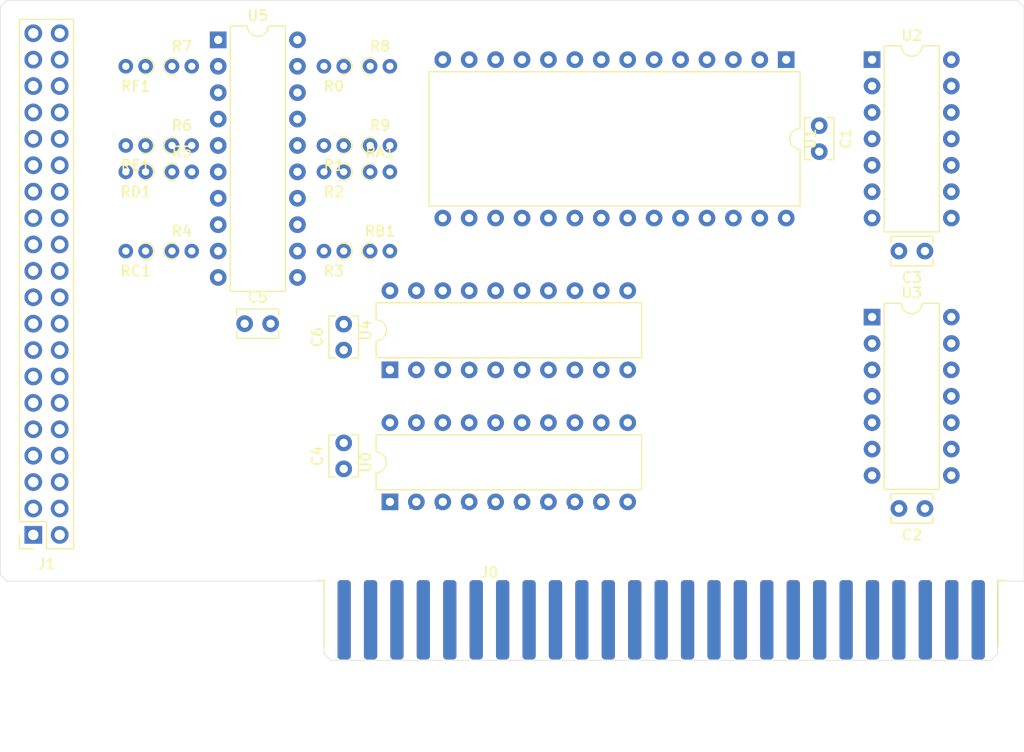
<source format=kicad_pcb>
(kicad_pcb (version 20171130) (host pcbnew 5.1.5+dfsg1-2build2)

  (general
    (thickness 1.6)
    (drawings 20)
    (tracks 8)
    (zones 0)
    (modules 30)
    (nets 96)
  )

  (page USLetter)
  (layers
    (0 F.Cu signal)
    (31 B.Cu signal)
    (32 B.Adhes user hide)
    (33 F.Adhes user hide)
    (34 B.Paste user hide)
    (35 F.Paste user hide)
    (36 B.SilkS user)
    (37 F.SilkS user)
    (38 B.Mask user)
    (39 F.Mask user)
    (40 Dwgs.User user hide)
    (41 Cmts.User user hide)
    (42 Eco1.User user hide)
    (43 Eco2.User user hide)
    (44 Edge.Cuts user)
    (45 Margin user hide)
    (46 B.CrtYd user hide)
    (47 F.CrtYd user hide)
    (48 B.Fab user hide)
    (49 F.Fab user hide)
  )

  (setup
    (last_trace_width 0.1778)
    (trace_clearance 0.1778)
    (zone_clearance 0.508)
    (zone_45_only no)
    (trace_min 0.1778)
    (via_size 0.762)
    (via_drill 0.50038)
    (via_min_size 0.4)
    (via_min_drill 0.3)
    (uvia_size 0.3)
    (uvia_drill 0.1)
    (uvias_allowed no)
    (uvia_min_size 0.2)
    (uvia_min_drill 0.1)
    (edge_width 0.05)
    (segment_width 0.2)
    (pcb_text_width 0.3)
    (pcb_text_size 1.5 1.5)
    (mod_edge_width 0.12)
    (mod_text_size 1 1)
    (mod_text_width 0.15)
    (pad_size 1.524 1.524)
    (pad_drill 0.762)
    (pad_to_mask_clearance 0.051)
    (solder_mask_min_width 0.25)
    (aux_axis_origin 0 0)
    (visible_elements FFFFFF7F)
    (pcbplotparams
      (layerselection 0x010fc_ffffffff)
      (usegerberextensions false)
      (usegerberattributes false)
      (usegerberadvancedattributes false)
      (creategerberjobfile false)
      (excludeedgelayer true)
      (linewidth 0.100000)
      (plotframeref false)
      (viasonmask false)
      (mode 1)
      (useauxorigin false)
      (hpglpennumber 1)
      (hpglpenspeed 20)
      (hpglpendiameter 15.000000)
      (psnegative false)
      (psa4output false)
      (plotreference true)
      (plotvalue true)
      (plotinvisibletext false)
      (padsonsilk false)
      (subtractmaskfromsilk false)
      (outputformat 1)
      (mirror false)
      (drillshape 1)
      (scaleselection 1)
      (outputdirectory ""))
  )

  (net 0 "")
  (net 1 "Net-(U0-Pad15)")
  (net 2 "Net-(U1-Pad2)")
  (net 3 "Net-(U0-Pad14)")
  (net 4 "Net-(J0-Pad9)")
  (net 5 "Net-(U0-Pad13)")
  (net 6 "Net-(J0-Pad8)")
  (net 7 "Net-(U0-Pad12)")
  (net 8 "Net-(J0-Pad7)")
  (net 9 "Net-(U0-Pad11)")
  (net 10 "Net-(J0-Pad6)")
  (net 11 "Net-(J0-Pad1)")
  (net 12 "Net-(J0-Pad5)")
  (net 13 "Net-(J0-Pad12)")
  (net 14 "Net-(J0-Pad4)")
  (net 15 "Net-(J0-Pad3)")
  (net 16 "Net-(U1-Pad23)")
  (net 17 "Net-(J0-Pad2)")
  (net 18 "Net-(J0-Pad11)")
  (net 19 "Net-(U0-Pad18)")
  (net 20 "Net-(J0-Pad10)")
  (net 21 "Net-(U0-Pad17)")
  (net 22 "Net-(U1-Pad26)")
  (net 23 "Net-(U0-Pad16)")
  (net 24 "Net-(J0-Pad13)")
  (net 25 "Net-(J0-Pad14)")
  (net 26 "Net-(J0-Pad15)")
  (net 27 "Net-(J0-Pad16)")
  (net 28 "Net-(J0-Pad17)")
  (net 29 "Net-(J0-Pad18)")
  (net 30 "Net-(J0-Pad19)")
  (net 31 "Net-(J0-Pad20)")
  (net 32 "Net-(J0-Pad21)")
  (net 33 "Net-(J0-Pad22)")
  (net 34 "Net-(J0-Pad23)")
  (net 35 "Net-(J0-Pad24)")
  (net 36 "Net-(J0-Pad29)")
  (net 37 "Net-(J0-Pad30)")
  (net 38 "Net-(J0-Pad31)")
  (net 39 "Net-(J0-Pad32)")
  (net 40 "Net-(J0-Pad33)")
  (net 41 "Net-(J0-Pad34)")
  (net 42 "Net-(J0-Pad35)")
  (net 43 "Net-(J0-Pad36)")
  (net 44 "Net-(J0-Pad37)")
  (net 45 "Net-(J0-Pad38)")
  (net 46 "Net-(J0-Pad39)")
  (net 47 "Net-(J0-Pad40)")
  (net 48 "Net-(J0-Pad43)")
  (net 49 "Net-(J0-Pad44)")
  (net 50 "Net-(J0-Pad45)")
  (net 51 "Net-(J0-Pad46)")
  (net 52 "Net-(J0-Pad47)")
  (net 53 "Net-(J0-Pad48)")
  (net 54 "Net-(J0-Pad49)")
  (net 55 "Net-(J0-Pad50)")
  (net 56 "Net-(J1-Pad1)")
  (net 57 "Net-(J1-Pad3)")
  (net 58 "Net-(J1-Pad5)")
  (net 59 "Net-(J1-Pad7)")
  (net 60 "Net-(J1-Pad8)")
  (net 61 "Net-(J1-Pad10)")
  (net 62 "Net-(J1-Pad11)")
  (net 63 "Net-(J1-Pad12)")
  (net 64 "Net-(J1-Pad13)")
  (net 65 "Net-(J1-Pad15)")
  (net 66 "Net-(J1-Pad16)")
  (net 67 "Net-(J1-Pad17)")
  (net 68 "Net-(J1-Pad18)")
  (net 69 "Net-(J1-Pad19)")
  (net 70 "Net-(J1-Pad21)")
  (net 71 "Net-(J1-Pad22)")
  (net 72 "Net-(J1-Pad23)")
  (net 73 "Net-(J1-Pad24)")
  (net 74 "Net-(J1-Pad26)")
  (net 75 "Net-(J1-Pad27)")
  (net 76 "Net-(J1-Pad28)")
  (net 77 "Net-(J1-Pad29)")
  (net 78 "Net-(J1-Pad31)")
  (net 79 "Net-(J1-Pad32)")
  (net 80 "Net-(J1-Pad33)")
  (net 81 "Net-(J1-Pad35)")
  (net 82 "Net-(J1-Pad36)")
  (net 83 "Net-(J1-Pad37)")
  (net 84 "Net-(J1-Pad38)")
  (net 85 "Net-(J1-Pad40)")
  (net 86 "Net-(U0-Pad1)")
  (net 87 "Net-(J0-Pad42)")
  (net 88 "Net-(U0-Pad19)")
  (net 89 "Net-(U2-Pad3)")
  (net 90 "Net-(U2-Pad8)")
  (net 91 "Net-(J0-Pad41)")
  (net 92 "Net-(U3-Pad1)")
  (net 93 "Net-(U3-Pad10)")
  (net 94 "Net-(C1-Pad2)")
  (net 95 "Net-(C1-Pad1)")

  (net_class Default "This is the default net class."
    (clearance 0.1778)
    (trace_width 0.1778)
    (via_dia 0.762)
    (via_drill 0.50038)
    (uvia_dia 0.3)
    (uvia_drill 0.1)
    (add_net "Net-(J0-Pad1)")
    (add_net "Net-(J0-Pad10)")
    (add_net "Net-(J0-Pad11)")
    (add_net "Net-(J0-Pad12)")
    (add_net "Net-(J0-Pad13)")
    (add_net "Net-(J0-Pad14)")
    (add_net "Net-(J0-Pad15)")
    (add_net "Net-(J0-Pad16)")
    (add_net "Net-(J0-Pad17)")
    (add_net "Net-(J0-Pad18)")
    (add_net "Net-(J0-Pad19)")
    (add_net "Net-(J0-Pad2)")
    (add_net "Net-(J0-Pad20)")
    (add_net "Net-(J0-Pad21)")
    (add_net "Net-(J0-Pad22)")
    (add_net "Net-(J0-Pad23)")
    (add_net "Net-(J0-Pad24)")
    (add_net "Net-(J0-Pad29)")
    (add_net "Net-(J0-Pad3)")
    (add_net "Net-(J0-Pad30)")
    (add_net "Net-(J0-Pad31)")
    (add_net "Net-(J0-Pad32)")
    (add_net "Net-(J0-Pad33)")
    (add_net "Net-(J0-Pad34)")
    (add_net "Net-(J0-Pad35)")
    (add_net "Net-(J0-Pad36)")
    (add_net "Net-(J0-Pad37)")
    (add_net "Net-(J0-Pad38)")
    (add_net "Net-(J0-Pad39)")
    (add_net "Net-(J0-Pad4)")
    (add_net "Net-(J0-Pad40)")
    (add_net "Net-(J0-Pad41)")
    (add_net "Net-(J0-Pad42)")
    (add_net "Net-(J0-Pad43)")
    (add_net "Net-(J0-Pad44)")
    (add_net "Net-(J0-Pad45)")
    (add_net "Net-(J0-Pad46)")
    (add_net "Net-(J0-Pad47)")
    (add_net "Net-(J0-Pad48)")
    (add_net "Net-(J0-Pad49)")
    (add_net "Net-(J0-Pad5)")
    (add_net "Net-(J0-Pad50)")
    (add_net "Net-(J0-Pad6)")
    (add_net "Net-(J0-Pad7)")
    (add_net "Net-(J0-Pad8)")
    (add_net "Net-(J0-Pad9)")
    (add_net "Net-(J1-Pad1)")
    (add_net "Net-(J1-Pad10)")
    (add_net "Net-(J1-Pad11)")
    (add_net "Net-(J1-Pad12)")
    (add_net "Net-(J1-Pad13)")
    (add_net "Net-(J1-Pad15)")
    (add_net "Net-(J1-Pad16)")
    (add_net "Net-(J1-Pad17)")
    (add_net "Net-(J1-Pad18)")
    (add_net "Net-(J1-Pad19)")
    (add_net "Net-(J1-Pad21)")
    (add_net "Net-(J1-Pad22)")
    (add_net "Net-(J1-Pad23)")
    (add_net "Net-(J1-Pad24)")
    (add_net "Net-(J1-Pad26)")
    (add_net "Net-(J1-Pad27)")
    (add_net "Net-(J1-Pad28)")
    (add_net "Net-(J1-Pad29)")
    (add_net "Net-(J1-Pad3)")
    (add_net "Net-(J1-Pad31)")
    (add_net "Net-(J1-Pad32)")
    (add_net "Net-(J1-Pad33)")
    (add_net "Net-(J1-Pad35)")
    (add_net "Net-(J1-Pad36)")
    (add_net "Net-(J1-Pad37)")
    (add_net "Net-(J1-Pad38)")
    (add_net "Net-(J1-Pad40)")
    (add_net "Net-(J1-Pad5)")
    (add_net "Net-(J1-Pad7)")
    (add_net "Net-(J1-Pad8)")
    (add_net "Net-(U0-Pad1)")
    (add_net "Net-(U0-Pad11)")
    (add_net "Net-(U0-Pad12)")
    (add_net "Net-(U0-Pad13)")
    (add_net "Net-(U0-Pad14)")
    (add_net "Net-(U0-Pad15)")
    (add_net "Net-(U0-Pad16)")
    (add_net "Net-(U0-Pad17)")
    (add_net "Net-(U0-Pad18)")
    (add_net "Net-(U0-Pad19)")
    (add_net "Net-(U1-Pad2)")
    (add_net "Net-(U1-Pad23)")
    (add_net "Net-(U1-Pad26)")
    (add_net "Net-(U2-Pad3)")
    (add_net "Net-(U2-Pad8)")
    (add_net "Net-(U3-Pad1)")
    (add_net "Net-(U3-Pad10)")
  )

  (net_class Ground ""
    (clearance 0.254)
    (trace_width 0.8128)
    (via_dia 0.762)
    (via_drill 0.7112)
    (uvia_dia 0.3)
    (uvia_drill 0.1)
    (add_net "Net-(C1-Pad2)")
  )

  (net_class Power ""
    (clearance 0.254)
    (trace_width 0.8128)
    (via_dia 0.762)
    (via_drill 0.7112)
    (uvia_dia 0.3)
    (uvia_drill 0.1)
    (add_net "Net-(C1-Pad1)")
  )

  (module "Apple2:Apple II Expansion Edge Connector" (layer F.Cu) (tedit 5CA41682) (tstamp 5FAE4676)
    (at 134.025001 114.215001)
    (path /5FA0A8C3)
    (fp_text reference J0 (at 0 0.5) (layer F.SilkS)
      (effects (font (size 1 1) (thickness 0.15)))
    )
    (fp_text value "Apple II Expansion Bus" (at 9.652 -5.08) (layer F.Fab)
      (effects (font (size 1 1) (thickness 0.15)))
    )
    (fp_line (start 48.895 7.62) (end 48.895 1.27) (layer F.SilkS) (width 0.15))
    (fp_line (start 48.895 1.27) (end 49.53 1.27) (layer F.SilkS) (width 0.15))
    (fp_line (start -15.875 7.62) (end -15.875 1.27) (layer F.SilkS) (width 0.15))
    (fp_line (start -15.875 1.27) (end -16.51 1.27) (layer F.SilkS) (width 0.15))
    (fp_text user "7 A5" (at 1.905 0 45) (layer F.Fab)
      (effects (font (size 0.762 0.762) (thickness 0.127)))
    )
    (fp_text user "9 A7" (at 6.985 0 45) (layer F.Fab)
      (effects (font (size 0.762 0.762) (thickness 0.127)))
    )
    (fp_text user "6 A4" (at -0.635 0 45) (layer F.Fab)
      (effects (font (size 0.762 0.762) (thickness 0.127)))
    )
    (fp_text user "8 A6" (at 4.445 0 45) (layer F.Fab)
      (effects (font (size 0.762 0.762) (thickness 0.127)))
    )
    (fp_text user "2 A0" (at -10.668 -0.127 45) (layer F.Fab)
      (effects (font (size 0.762 0.762) (thickness 0.127)))
    )
    (fp_text user "49 D0" (at -12.446 10.668 45) (layer F.Fab)
      (effects (font (size 0.762 0.762) (thickness 0.127)))
    )
    (fp_text user "4 A2" (at -5.588 0.127 45) (layer F.Fab)
      (effects (font (size 0.762 0.762) (thickness 0.127)))
    )
    (fp_text user "5 A3" (at -3.048 0 45) (layer F.Fab)
      (effects (font (size 0.762 0.762) (thickness 0.127)))
    )
    (fp_text user "3 A1" (at -8.128 -0.127 45) (layer F.Fab)
      (effects (font (size 0.762 0.762) (thickness 0.127)))
    )
    (fp_text user "1 _I/O SELECT" (at -11.303 -2.032 45) (layer F.Fab)
      (effects (font (size 0.762 0.762) (thickness 0.127)))
    )
    (fp_text user "50 +12V" (at -15.494 11.43 45) (layer F.Fab)
      (effects (font (size 0.762 0.762) (thickness 0.127)))
    )
    (fp_poly (pts (xy 48.895 8.89) (xy 48.895 1.27) (xy -15.875 1.27) (xy -15.875 8.89)) (layer F.Mask) (width 0.15))
    (fp_poly (pts (xy 48.895 8.89) (xy 48.895 1.27) (xy -15.875 1.27) (xy -15.875 8.89)) (layer B.Mask) (width 0.15))
    (fp_text user "10 A8" (at 9.779 -0.254 45) (layer F.Fab)
      (effects (font (size 0.762 0.762) (thickness 0.127)))
    )
    (fp_text user "11 A9" (at 12.319 -0.254 45) (layer F.Fab)
      (effects (font (size 0.762 0.762) (thickness 0.127)))
    )
    (fp_text user "12 A10" (at 15.113 -0.508 45) (layer F.Fab)
      (effects (font (size 0.762 0.762) (thickness 0.127)))
    )
    (fp_text user "13 A11" (at 17.653 -0.508 45) (layer F.Fab)
      (effects (font (size 0.762 0.762) (thickness 0.127)))
    )
    (fp_text user "15 A13" (at 22.733 -0.508 45) (layer F.Fab)
      (effects (font (size 0.762 0.762) (thickness 0.127)))
    )
    (fp_text user "14 A12" (at 20.193 -0.508 45) (layer F.Fab)
      (effects (font (size 0.762 0.762) (thickness 0.127)))
    )
    (fp_text user "17 A15" (at 27.813 -0.508 45) (layer F.Fab)
      (effects (font (size 0.762 0.762) (thickness 0.127)))
    )
    (fp_text user "16 A14" (at 25.273 -0.508 45) (layer F.Fab)
      (effects (font (size 0.762 0.762) (thickness 0.127)))
    )
    (fp_text user "18 R/W" (at 30.48 -0.635 45) (layer F.Fab)
      (effects (font (size 0.762 0.762) (thickness 0.127)))
    )
    (fp_text user "19 N.C." (at 32.893 -0.635 45) (layer F.Fab)
      (effects (font (size 0.762 0.762) (thickness 0.127)))
    )
    (fp_text user "20 _I/O STROBE" (at 37.084 -2.413 45) (layer F.Fab)
      (effects (font (size 0.762 0.762) (thickness 0.127)))
    )
    (fp_text user "21 RDY" (at 37.973 -0.508 45) (layer F.Fab)
      (effects (font (size 0.762 0.762) (thickness 0.127)))
    )
    (fp_text user "22 _DMA" (at 40.767 -0.762 45) (layer F.Fab)
      (effects (font (size 0.762 0.762) (thickness 0.127)))
    )
    (fp_text user "23 INT OUT" (at 43.942 -1.397 45) (layer F.Fab)
      (effects (font (size 0.762 0.762) (thickness 0.127)))
    )
    (fp_text user "24 DMA OUT" (at 46.609 -1.524 45) (layer F.Fab)
      (effects (font (size 0.762 0.762) (thickness 0.127)))
    )
    (fp_text user "25 +5V" (at 48.26 -0.635 45) (layer F.Fab)
      (effects (font (size 0.762 0.762) (thickness 0.127)))
    )
    (fp_text user "48 D1" (at -9.906 10.541 45) (layer F.Fab)
      (effects (font (size 0.762 0.762) (thickness 0.127)))
    )
    (fp_text user "47 D2" (at -7.239 10.541 45) (layer F.Fab)
      (effects (font (size 0.762 0.762) (thickness 0.127)))
    )
    (fp_text user "46 D3" (at -4.699 10.541 45) (layer F.Fab)
      (effects (font (size 0.762 0.762) (thickness 0.127)))
    )
    (fp_text user "45 D4" (at -2.159 10.541 45) (layer F.Fab)
      (effects (font (size 0.762 0.762) (thickness 0.127)))
    )
    (fp_text user "44 D5" (at 0.508 10.541 45) (layer F.Fab)
      (effects (font (size 0.762 0.762) (thickness 0.127)))
    )
    (fp_text user "43 D6" (at 2.921 10.541 45) (layer F.Fab)
      (effects (font (size 0.762 0.762) (thickness 0.127)))
    )
    (fp_text user "42 D7" (at 5.461 10.541 45) (layer F.Fab)
      (effects (font (size 0.762 0.762) (thickness 0.127)))
    )
    (fp_text user "41 _DEVICE SELECT" (at 5.334 13.335 45) (layer F.Fab)
      (effects (font (size 0.762 0.762) (thickness 0.127)))
    )
    (fp_text user "40 @0" (at 10.414 10.541 45) (layer F.Fab)
      (effects (font (size 0.762 0.762) (thickness 0.127)))
    )
    (fp_text user "39 USER 1" (at 12.192 11.43 45) (layer F.Fab)
      (effects (font (size 0.762 0.762) (thickness 0.127)))
    )
    (fp_text user "38 @1" (at 15.621 10.541 45) (layer F.Fab)
      (effects (font (size 0.762 0.762) (thickness 0.127)))
    )
    (fp_text user "37 Q3" (at 18.161 10.541 45) (layer F.Fab)
      (effects (font (size 0.762 0.762) (thickness 0.127)))
    )
    (fp_text user "36 7M" (at 20.701 10.541 45) (layer F.Fab)
      (effects (font (size 0.762 0.762) (thickness 0.127)))
    )
    (fp_text user "35 N.C." (at 23.368 10.541 45) (layer F.Fab)
      (effects (font (size 0.762 0.762) (thickness 0.127)))
    )
    (fp_text user "34 -5V" (at 25.527 10.922 45) (layer F.Fab)
      (effects (font (size 0.762 0.762) (thickness 0.127)))
    )
    (fp_text user "33 -12V" (at 27.813 11.176 45) (layer F.Fab)
      (effects (font (size 0.762 0.762) (thickness 0.127)))
    )
    (fp_text user "32 _INH" (at 30.607 10.922 45) (layer F.Fab)
      (effects (font (size 0.762 0.762) (thickness 0.127)))
    )
    (fp_text user "31 _RES" (at 33.02 10.922 45) (layer F.Fab)
      (effects (font (size 0.762 0.762) (thickness 0.127)))
    )
    (fp_text user "30 _IRQ" (at 35.687 10.922 45) (layer F.Fab)
      (effects (font (size 0.762 0.762) (thickness 0.127)))
    )
    (fp_text user "29 _NMI" (at 38.1 10.922 45) (layer F.Fab)
      (effects (font (size 0.762 0.762) (thickness 0.127)))
    )
    (fp_text user "28 INT IN" (at 40.386 11.303 45) (layer F.Fab)
      (effects (font (size 0.762 0.762) (thickness 0.127)))
    )
    (fp_text user "27 DMA IN" (at 42.799 11.43 45) (layer F.Fab)
      (effects (font (size 0.762 0.762) (thickness 0.127)))
    )
    (fp_text user "26 GND" (at 45.974 10.922 45) (layer F.Fab)
      (effects (font (size 0.762 0.762) (thickness 0.127)))
    )
    (pad 1 connect roundrect (at -13.97 5.08) (size 1.27 7.62) (layers F.Cu F.Mask) (roundrect_rratio 0.25)
      (net 11 "Net-(J0-Pad1)"))
    (pad 2 connect roundrect (at -11.43 5.08) (size 1.27 7.62) (layers F.Cu F.Mask) (roundrect_rratio 0.25)
      (net 17 "Net-(J0-Pad2)"))
    (pad 3 connect roundrect (at -8.89 5.08) (size 1.27 7.62) (layers F.Cu F.Mask) (roundrect_rratio 0.25)
      (net 15 "Net-(J0-Pad3)"))
    (pad 4 connect roundrect (at -6.35 5.08) (size 1.27 7.62) (layers F.Cu F.Mask) (roundrect_rratio 0.25)
      (net 14 "Net-(J0-Pad4)"))
    (pad 5 connect roundrect (at -3.81 5.08) (size 1.27 7.62) (layers F.Cu F.Mask) (roundrect_rratio 0.25)
      (net 12 "Net-(J0-Pad5)"))
    (pad 6 connect roundrect (at -1.27 5.08) (size 1.27 7.62) (layers F.Cu F.Mask) (roundrect_rratio 0.25)
      (net 10 "Net-(J0-Pad6)"))
    (pad 7 connect roundrect (at 1.27 5.08) (size 1.27 7.62) (layers F.Cu F.Mask) (roundrect_rratio 0.25)
      (net 8 "Net-(J0-Pad7)"))
    (pad 8 connect roundrect (at 3.81 5.08) (size 1.27 7.62) (layers F.Cu F.Mask) (roundrect_rratio 0.25)
      (net 6 "Net-(J0-Pad8)"))
    (pad 9 connect roundrect (at 6.35 5.08) (size 1.27 7.62) (layers F.Cu F.Mask) (roundrect_rratio 0.25)
      (net 4 "Net-(J0-Pad9)"))
    (pad 10 connect roundrect (at 8.89 5.08) (size 1.27 7.62) (layers F.Cu F.Mask) (roundrect_rratio 0.25)
      (net 20 "Net-(J0-Pad10)"))
    (pad 11 connect roundrect (at 11.43 5.08) (size 1.27 7.62) (layers F.Cu F.Mask) (roundrect_rratio 0.25)
      (net 18 "Net-(J0-Pad11)"))
    (pad 12 connect roundrect (at 13.97 5.08) (size 1.27 7.62) (layers F.Cu F.Mask) (roundrect_rratio 0.25)
      (net 13 "Net-(J0-Pad12)"))
    (pad 13 connect roundrect (at 16.51 5.08) (size 1.27 7.62) (layers F.Cu F.Mask) (roundrect_rratio 0.25)
      (net 24 "Net-(J0-Pad13)"))
    (pad 14 connect roundrect (at 19.05 5.08) (size 1.27 7.62) (layers F.Cu F.Mask) (roundrect_rratio 0.25)
      (net 25 "Net-(J0-Pad14)"))
    (pad 15 connect roundrect (at 21.59 5.08) (size 1.27 7.62) (layers F.Cu F.Mask) (roundrect_rratio 0.25)
      (net 26 "Net-(J0-Pad15)"))
    (pad 16 connect roundrect (at 24.13 5.08) (size 1.27 7.62) (layers F.Cu F.Mask) (roundrect_rratio 0.25)
      (net 27 "Net-(J0-Pad16)"))
    (pad 17 connect roundrect (at 26.67 5.08) (size 1.27 7.62) (layers F.Cu F.Mask) (roundrect_rratio 0.25)
      (net 28 "Net-(J0-Pad17)"))
    (pad 18 connect roundrect (at 29.21 5.08) (size 1.27 7.62) (layers F.Cu F.Mask) (roundrect_rratio 0.25)
      (net 29 "Net-(J0-Pad18)"))
    (pad 19 connect roundrect (at 31.75 5.08) (size 1.27 7.62) (layers F.Cu F.Mask) (roundrect_rratio 0.25)
      (net 30 "Net-(J0-Pad19)"))
    (pad 20 connect roundrect (at 34.29 5.08) (size 1.27 7.62) (layers F.Cu F.Mask) (roundrect_rratio 0.25)
      (net 31 "Net-(J0-Pad20)"))
    (pad 21 connect roundrect (at 36.83 5.08) (size 1.27 7.62) (layers F.Cu F.Mask) (roundrect_rratio 0.25)
      (net 32 "Net-(J0-Pad21)"))
    (pad 22 connect roundrect (at 39.37 5.08) (size 1.27 7.62) (layers F.Cu F.Mask) (roundrect_rratio 0.25)
      (net 33 "Net-(J0-Pad22)"))
    (pad 23 connect roundrect (at 41.91 5.08) (size 1.27 7.62) (layers F.Cu F.Mask) (roundrect_rratio 0.25)
      (net 34 "Net-(J0-Pad23)"))
    (pad 24 connect roundrect (at 44.45 5.08) (size 1.27 7.62) (layers F.Cu F.Mask) (roundrect_rratio 0.25)
      (net 35 "Net-(J0-Pad24)"))
    (pad 25 connect roundrect (at 46.99 5.08) (size 1.27 7.62) (layers F.Cu F.Mask) (roundrect_rratio 0.25)
      (net 95 "Net-(C1-Pad1)"))
    (pad 26 connect roundrect (at 46.99 5.08) (size 1.27 7.62) (layers B.Cu B.Mask) (roundrect_rratio 0.25)
      (net 94 "Net-(C1-Pad2)"))
    (pad 27 connect roundrect (at 44.45 5.08) (size 1.27 7.62) (layers B.Cu B.Mask) (roundrect_rratio 0.25)
      (net 35 "Net-(J0-Pad24)"))
    (pad 28 connect roundrect (at 41.91 5.08) (size 1.27 7.62) (layers B.Cu B.Mask) (roundrect_rratio 0.25)
      (net 34 "Net-(J0-Pad23)"))
    (pad 29 connect roundrect (at 39.37 5.08) (size 1.27 7.62) (layers B.Cu B.Mask) (roundrect_rratio 0.25)
      (net 36 "Net-(J0-Pad29)"))
    (pad 30 connect roundrect (at 36.83 5.08) (size 1.27 7.62) (layers B.Cu B.Mask) (roundrect_rratio 0.25)
      (net 37 "Net-(J0-Pad30)"))
    (pad 31 connect roundrect (at 34.29 5.08) (size 1.27 7.62) (layers B.Cu B.Mask) (roundrect_rratio 0.25)
      (net 38 "Net-(J0-Pad31)"))
    (pad 32 connect roundrect (at 31.75 5.08) (size 1.27 7.62) (layers B.Cu B.Mask) (roundrect_rratio 0.25)
      (net 39 "Net-(J0-Pad32)"))
    (pad 33 connect roundrect (at 29.21 5.08) (size 1.27 7.62) (layers B.Cu B.Mask) (roundrect_rratio 0.25)
      (net 40 "Net-(J0-Pad33)"))
    (pad 34 connect roundrect (at 26.67 5.08) (size 1.27 7.62) (layers B.Cu B.Mask) (roundrect_rratio 0.25)
      (net 41 "Net-(J0-Pad34)"))
    (pad 35 connect roundrect (at 24.13 5.08) (size 1.27 7.62) (layers B.Cu B.Mask) (roundrect_rratio 0.25)
      (net 42 "Net-(J0-Pad35)"))
    (pad 36 connect roundrect (at 21.59 5.08) (size 1.27 7.62) (layers B.Cu B.Mask) (roundrect_rratio 0.25)
      (net 43 "Net-(J0-Pad36)"))
    (pad 38 connect roundrect (at 16.51 5.08) (size 1.27 7.62) (layers B.Cu B.Mask) (roundrect_rratio 0.25)
      (net 45 "Net-(J0-Pad38)"))
    (pad 37 connect roundrect (at 19.05 5.08) (size 1.27 7.62) (layers B.Cu B.Mask) (roundrect_rratio 0.25)
      (net 44 "Net-(J0-Pad37)"))
    (pad 39 connect roundrect (at 13.97 5.08) (size 1.27 7.62) (layers B.Cu B.Mask) (roundrect_rratio 0.25)
      (net 46 "Net-(J0-Pad39)"))
    (pad 40 connect roundrect (at 11.43 5.08) (size 1.27 7.62) (layers B.Cu B.Mask) (roundrect_rratio 0.25)
      (net 47 "Net-(J0-Pad40)"))
    (pad 41 connect roundrect (at 8.89 5.08) (size 1.27 7.62) (layers B.Cu B.Mask) (roundrect_rratio 0.25)
      (net 91 "Net-(J0-Pad41)"))
    (pad 42 connect roundrect (at 6.35 5.08) (size 1.27 7.62) (layers B.Cu B.Mask) (roundrect_rratio 0.25)
      (net 87 "Net-(J0-Pad42)"))
    (pad 43 connect roundrect (at 3.81 5.08) (size 1.27 7.62) (layers B.Cu B.Mask) (roundrect_rratio 0.25)
      (net 48 "Net-(J0-Pad43)"))
    (pad 44 connect roundrect (at 1.27 5.08) (size 1.27 7.62) (layers B.Cu B.Mask) (roundrect_rratio 0.25)
      (net 49 "Net-(J0-Pad44)"))
    (pad 45 connect roundrect (at -1.27 5.08) (size 1.27 7.62) (layers B.Cu B.Mask) (roundrect_rratio 0.25)
      (net 50 "Net-(J0-Pad45)"))
    (pad 46 connect roundrect (at -3.81 5.08) (size 1.27 7.62) (layers B.Cu B.Mask) (roundrect_rratio 0.25)
      (net 51 "Net-(J0-Pad46)"))
    (pad 47 connect roundrect (at -6.35 5.08) (size 1.27 7.62) (layers B.Cu B.Mask) (roundrect_rratio 0.25)
      (net 52 "Net-(J0-Pad47)"))
    (pad 48 connect roundrect (at -8.89 5.08) (size 1.27 7.62) (layers B.Cu B.Mask) (roundrect_rratio 0.25)
      (net 53 "Net-(J0-Pad48)"))
    (pad 49 connect roundrect (at -11.43 5.08) (size 1.27 7.62) (layers B.Cu B.Mask) (roundrect_rratio 0.25)
      (net 54 "Net-(J0-Pad49)"))
    (pad 50 connect roundrect (at -13.97 5.08) (size 1.27 7.62) (layers B.Cu B.Mask) (roundrect_rratio 0.25)
      (net 55 "Net-(J0-Pad50)"))
  )

  (module Capacitor_THT:C_Disc_D3.8mm_W2.6mm_P2.50mm (layer F.Cu) (tedit 5AE50EF0) (tstamp 5FB22CF2)
    (at 120.015 93.345 90)
    (descr "C, Disc series, Radial, pin pitch=2.50mm, , diameter*width=3.8*2.6mm^2, Capacitor, http://www.vishay.com/docs/45233/krseries.pdf")
    (tags "C Disc series Radial pin pitch 2.50mm  diameter 3.8mm width 2.6mm Capacitor")
    (path /5FB87862)
    (fp_text reference C6 (at 1.25 -2.55 90) (layer F.SilkS)
      (effects (font (size 1 1) (thickness 0.15)))
    )
    (fp_text value C (at 1.25 2.55 90) (layer F.Fab)
      (effects (font (size 1 1) (thickness 0.15)))
    )
    (fp_text user %R (at 1.25 0 90) (layer F.Fab)
      (effects (font (size 0.76 0.76) (thickness 0.114)))
    )
    (fp_line (start 3.55 -1.55) (end -1.05 -1.55) (layer F.CrtYd) (width 0.05))
    (fp_line (start 3.55 1.55) (end 3.55 -1.55) (layer F.CrtYd) (width 0.05))
    (fp_line (start -1.05 1.55) (end 3.55 1.55) (layer F.CrtYd) (width 0.05))
    (fp_line (start -1.05 -1.55) (end -1.05 1.55) (layer F.CrtYd) (width 0.05))
    (fp_line (start 3.27 0.795) (end 3.27 1.42) (layer F.SilkS) (width 0.12))
    (fp_line (start 3.27 -1.42) (end 3.27 -0.795) (layer F.SilkS) (width 0.12))
    (fp_line (start -0.77 0.795) (end -0.77 1.42) (layer F.SilkS) (width 0.12))
    (fp_line (start -0.77 -1.42) (end -0.77 -0.795) (layer F.SilkS) (width 0.12))
    (fp_line (start -0.77 1.42) (end 3.27 1.42) (layer F.SilkS) (width 0.12))
    (fp_line (start -0.77 -1.42) (end 3.27 -1.42) (layer F.SilkS) (width 0.12))
    (fp_line (start 3.15 -1.3) (end -0.65 -1.3) (layer F.Fab) (width 0.1))
    (fp_line (start 3.15 1.3) (end 3.15 -1.3) (layer F.Fab) (width 0.1))
    (fp_line (start -0.65 1.3) (end 3.15 1.3) (layer F.Fab) (width 0.1))
    (fp_line (start -0.65 -1.3) (end -0.65 1.3) (layer F.Fab) (width 0.1))
    (pad 2 thru_hole circle (at 2.5 0 90) (size 1.6 1.6) (drill 0.8) (layers *.Cu *.Mask)
      (net 94 "Net-(C1-Pad2)"))
    (pad 1 thru_hole circle (at 0 0 90) (size 1.6 1.6) (drill 0.8) (layers *.Cu *.Mask)
      (net 95 "Net-(C1-Pad1)"))
    (model ${KISYS3DMOD}/Capacitor_THT.3dshapes/C_Disc_D3.8mm_W2.6mm_P2.50mm.wrl
      (at (xyz 0 0 0))
      (scale (xyz 1 1 1))
      (rotate (xyz 0 0 0))
    )
  )

  (module Capacitor_THT:C_Disc_D3.8mm_W2.6mm_P2.50mm (layer F.Cu) (tedit 5AE50EF0) (tstamp 5FB22CDD)
    (at 110.49 90.805)
    (descr "C, Disc series, Radial, pin pitch=2.50mm, , diameter*width=3.8*2.6mm^2, Capacitor, http://www.vishay.com/docs/45233/krseries.pdf")
    (tags "C Disc series Radial pin pitch 2.50mm  diameter 3.8mm width 2.6mm Capacitor")
    (path /5FB8694D)
    (fp_text reference C5 (at 1.25 -2.55) (layer F.SilkS)
      (effects (font (size 1 1) (thickness 0.15)))
    )
    (fp_text value C (at 1.25 2.55) (layer F.Fab)
      (effects (font (size 1 1) (thickness 0.15)))
    )
    (fp_text user %R (at 1.25 0) (layer F.Fab)
      (effects (font (size 0.76 0.76) (thickness 0.114)))
    )
    (fp_line (start 3.55 -1.55) (end -1.05 -1.55) (layer F.CrtYd) (width 0.05))
    (fp_line (start 3.55 1.55) (end 3.55 -1.55) (layer F.CrtYd) (width 0.05))
    (fp_line (start -1.05 1.55) (end 3.55 1.55) (layer F.CrtYd) (width 0.05))
    (fp_line (start -1.05 -1.55) (end -1.05 1.55) (layer F.CrtYd) (width 0.05))
    (fp_line (start 3.27 0.795) (end 3.27 1.42) (layer F.SilkS) (width 0.12))
    (fp_line (start 3.27 -1.42) (end 3.27 -0.795) (layer F.SilkS) (width 0.12))
    (fp_line (start -0.77 0.795) (end -0.77 1.42) (layer F.SilkS) (width 0.12))
    (fp_line (start -0.77 -1.42) (end -0.77 -0.795) (layer F.SilkS) (width 0.12))
    (fp_line (start -0.77 1.42) (end 3.27 1.42) (layer F.SilkS) (width 0.12))
    (fp_line (start -0.77 -1.42) (end 3.27 -1.42) (layer F.SilkS) (width 0.12))
    (fp_line (start 3.15 -1.3) (end -0.65 -1.3) (layer F.Fab) (width 0.1))
    (fp_line (start 3.15 1.3) (end 3.15 -1.3) (layer F.Fab) (width 0.1))
    (fp_line (start -0.65 1.3) (end 3.15 1.3) (layer F.Fab) (width 0.1))
    (fp_line (start -0.65 -1.3) (end -0.65 1.3) (layer F.Fab) (width 0.1))
    (pad 2 thru_hole circle (at 2.5 0) (size 1.6 1.6) (drill 0.8) (layers *.Cu *.Mask)
      (net 94 "Net-(C1-Pad2)"))
    (pad 1 thru_hole circle (at 0 0) (size 1.6 1.6) (drill 0.8) (layers *.Cu *.Mask)
      (net 95 "Net-(C1-Pad1)"))
    (model ${KISYS3DMOD}/Capacitor_THT.3dshapes/C_Disc_D3.8mm_W2.6mm_P2.50mm.wrl
      (at (xyz 0 0 0))
      (scale (xyz 1 1 1))
      (rotate (xyz 0 0 0))
    )
  )

  (module Capacitor_THT:C_Disc_D3.8mm_W2.6mm_P2.50mm (layer F.Cu) (tedit 5AE50EF0) (tstamp 5FB22CC8)
    (at 120.015 104.775 90)
    (descr "C, Disc series, Radial, pin pitch=2.50mm, , diameter*width=3.8*2.6mm^2, Capacitor, http://www.vishay.com/docs/45233/krseries.pdf")
    (tags "C Disc series Radial pin pitch 2.50mm  diameter 3.8mm width 2.6mm Capacitor")
    (path /5FB82906)
    (fp_text reference C4 (at 1.25 -2.55 90) (layer F.SilkS)
      (effects (font (size 1 1) (thickness 0.15)))
    )
    (fp_text value C (at 1.25 2.55 90) (layer F.Fab)
      (effects (font (size 1 1) (thickness 0.15)))
    )
    (fp_text user %R (at 1.25 0 90) (layer F.Fab)
      (effects (font (size 0.76 0.76) (thickness 0.114)))
    )
    (fp_line (start 3.55 -1.55) (end -1.05 -1.55) (layer F.CrtYd) (width 0.05))
    (fp_line (start 3.55 1.55) (end 3.55 -1.55) (layer F.CrtYd) (width 0.05))
    (fp_line (start -1.05 1.55) (end 3.55 1.55) (layer F.CrtYd) (width 0.05))
    (fp_line (start -1.05 -1.55) (end -1.05 1.55) (layer F.CrtYd) (width 0.05))
    (fp_line (start 3.27 0.795) (end 3.27 1.42) (layer F.SilkS) (width 0.12))
    (fp_line (start 3.27 -1.42) (end 3.27 -0.795) (layer F.SilkS) (width 0.12))
    (fp_line (start -0.77 0.795) (end -0.77 1.42) (layer F.SilkS) (width 0.12))
    (fp_line (start -0.77 -1.42) (end -0.77 -0.795) (layer F.SilkS) (width 0.12))
    (fp_line (start -0.77 1.42) (end 3.27 1.42) (layer F.SilkS) (width 0.12))
    (fp_line (start -0.77 -1.42) (end 3.27 -1.42) (layer F.SilkS) (width 0.12))
    (fp_line (start 3.15 -1.3) (end -0.65 -1.3) (layer F.Fab) (width 0.1))
    (fp_line (start 3.15 1.3) (end 3.15 -1.3) (layer F.Fab) (width 0.1))
    (fp_line (start -0.65 1.3) (end 3.15 1.3) (layer F.Fab) (width 0.1))
    (fp_line (start -0.65 -1.3) (end -0.65 1.3) (layer F.Fab) (width 0.1))
    (pad 2 thru_hole circle (at 2.5 0 90) (size 1.6 1.6) (drill 0.8) (layers *.Cu *.Mask)
      (net 94 "Net-(C1-Pad2)"))
    (pad 1 thru_hole circle (at 0 0 90) (size 1.6 1.6) (drill 0.8) (layers *.Cu *.Mask)
      (net 95 "Net-(C1-Pad1)"))
    (model ${KISYS3DMOD}/Capacitor_THT.3dshapes/C_Disc_D3.8mm_W2.6mm_P2.50mm.wrl
      (at (xyz 0 0 0))
      (scale (xyz 1 1 1))
      (rotate (xyz 0 0 0))
    )
  )

  (module Capacitor_THT:C_Disc_D3.8mm_W2.6mm_P2.50mm (layer F.Cu) (tedit 5AE50EF0) (tstamp 5FB22CB3)
    (at 175.895 83.82 180)
    (descr "C, Disc series, Radial, pin pitch=2.50mm, , diameter*width=3.8*2.6mm^2, Capacitor, http://www.vishay.com/docs/45233/krseries.pdf")
    (tags "C Disc series Radial pin pitch 2.50mm  diameter 3.8mm width 2.6mm Capacitor")
    (path /5FB81404)
    (fp_text reference C3 (at 1.25 -2.55) (layer F.SilkS)
      (effects (font (size 1 1) (thickness 0.15)))
    )
    (fp_text value C (at 1.25 2.55) (layer F.Fab)
      (effects (font (size 1 1) (thickness 0.15)))
    )
    (fp_text user %R (at 1.25 0) (layer F.Fab)
      (effects (font (size 0.76 0.76) (thickness 0.114)))
    )
    (fp_line (start 3.55 -1.55) (end -1.05 -1.55) (layer F.CrtYd) (width 0.05))
    (fp_line (start 3.55 1.55) (end 3.55 -1.55) (layer F.CrtYd) (width 0.05))
    (fp_line (start -1.05 1.55) (end 3.55 1.55) (layer F.CrtYd) (width 0.05))
    (fp_line (start -1.05 -1.55) (end -1.05 1.55) (layer F.CrtYd) (width 0.05))
    (fp_line (start 3.27 0.795) (end 3.27 1.42) (layer F.SilkS) (width 0.12))
    (fp_line (start 3.27 -1.42) (end 3.27 -0.795) (layer F.SilkS) (width 0.12))
    (fp_line (start -0.77 0.795) (end -0.77 1.42) (layer F.SilkS) (width 0.12))
    (fp_line (start -0.77 -1.42) (end -0.77 -0.795) (layer F.SilkS) (width 0.12))
    (fp_line (start -0.77 1.42) (end 3.27 1.42) (layer F.SilkS) (width 0.12))
    (fp_line (start -0.77 -1.42) (end 3.27 -1.42) (layer F.SilkS) (width 0.12))
    (fp_line (start 3.15 -1.3) (end -0.65 -1.3) (layer F.Fab) (width 0.1))
    (fp_line (start 3.15 1.3) (end 3.15 -1.3) (layer F.Fab) (width 0.1))
    (fp_line (start -0.65 1.3) (end 3.15 1.3) (layer F.Fab) (width 0.1))
    (fp_line (start -0.65 -1.3) (end -0.65 1.3) (layer F.Fab) (width 0.1))
    (pad 2 thru_hole circle (at 2.5 0 180) (size 1.6 1.6) (drill 0.8) (layers *.Cu *.Mask)
      (net 94 "Net-(C1-Pad2)"))
    (pad 1 thru_hole circle (at 0 0 180) (size 1.6 1.6) (drill 0.8) (layers *.Cu *.Mask)
      (net 95 "Net-(C1-Pad1)"))
    (model ${KISYS3DMOD}/Capacitor_THT.3dshapes/C_Disc_D3.8mm_W2.6mm_P2.50mm.wrl
      (at (xyz 0 0 0))
      (scale (xyz 1 1 1))
      (rotate (xyz 0 0 0))
    )
  )

  (module Capacitor_THT:C_Disc_D3.8mm_W2.6mm_P2.50mm (layer F.Cu) (tedit 5AE50EF0) (tstamp 5FB22C9E)
    (at 175.895 108.585 180)
    (descr "C, Disc series, Radial, pin pitch=2.50mm, , diameter*width=3.8*2.6mm^2, Capacitor, http://www.vishay.com/docs/45233/krseries.pdf")
    (tags "C Disc series Radial pin pitch 2.50mm  diameter 3.8mm width 2.6mm Capacitor")
    (path /5FB849D8)
    (fp_text reference C2 (at 1.25 -2.55) (layer F.SilkS)
      (effects (font (size 1 1) (thickness 0.15)))
    )
    (fp_text value C (at 1.25 2.55) (layer F.Fab)
      (effects (font (size 1 1) (thickness 0.15)))
    )
    (fp_text user %R (at 1.25 0) (layer F.Fab)
      (effects (font (size 0.76 0.76) (thickness 0.114)))
    )
    (fp_line (start 3.55 -1.55) (end -1.05 -1.55) (layer F.CrtYd) (width 0.05))
    (fp_line (start 3.55 1.55) (end 3.55 -1.55) (layer F.CrtYd) (width 0.05))
    (fp_line (start -1.05 1.55) (end 3.55 1.55) (layer F.CrtYd) (width 0.05))
    (fp_line (start -1.05 -1.55) (end -1.05 1.55) (layer F.CrtYd) (width 0.05))
    (fp_line (start 3.27 0.795) (end 3.27 1.42) (layer F.SilkS) (width 0.12))
    (fp_line (start 3.27 -1.42) (end 3.27 -0.795) (layer F.SilkS) (width 0.12))
    (fp_line (start -0.77 0.795) (end -0.77 1.42) (layer F.SilkS) (width 0.12))
    (fp_line (start -0.77 -1.42) (end -0.77 -0.795) (layer F.SilkS) (width 0.12))
    (fp_line (start -0.77 1.42) (end 3.27 1.42) (layer F.SilkS) (width 0.12))
    (fp_line (start -0.77 -1.42) (end 3.27 -1.42) (layer F.SilkS) (width 0.12))
    (fp_line (start 3.15 -1.3) (end -0.65 -1.3) (layer F.Fab) (width 0.1))
    (fp_line (start 3.15 1.3) (end 3.15 -1.3) (layer F.Fab) (width 0.1))
    (fp_line (start -0.65 1.3) (end 3.15 1.3) (layer F.Fab) (width 0.1))
    (fp_line (start -0.65 -1.3) (end -0.65 1.3) (layer F.Fab) (width 0.1))
    (pad 2 thru_hole circle (at 2.5 0 180) (size 1.6 1.6) (drill 0.8) (layers *.Cu *.Mask)
      (net 94 "Net-(C1-Pad2)"))
    (pad 1 thru_hole circle (at 0 0 180) (size 1.6 1.6) (drill 0.8) (layers *.Cu *.Mask)
      (net 95 "Net-(C1-Pad1)"))
    (model ${KISYS3DMOD}/Capacitor_THT.3dshapes/C_Disc_D3.8mm_W2.6mm_P2.50mm.wrl
      (at (xyz 0 0 0))
      (scale (xyz 1 1 1))
      (rotate (xyz 0 0 0))
    )
  )

  (module Capacitor_THT:C_Disc_D3.8mm_W2.6mm_P2.50mm (layer F.Cu) (tedit 5AE50EF0) (tstamp 5FB22C89)
    (at 165.735 71.755 270)
    (descr "C, Disc series, Radial, pin pitch=2.50mm, , diameter*width=3.8*2.6mm^2, Capacitor, http://www.vishay.com/docs/45233/krseries.pdf")
    (tags "C Disc series Radial pin pitch 2.50mm  diameter 3.8mm width 2.6mm Capacitor")
    (path /5FB85911)
    (fp_text reference C1 (at 1.25 -2.55 90) (layer F.SilkS)
      (effects (font (size 1 1) (thickness 0.15)))
    )
    (fp_text value C (at 1.25 2.55 90) (layer F.Fab)
      (effects (font (size 1 1) (thickness 0.15)))
    )
    (fp_text user %R (at 1.25 0 90) (layer F.Fab)
      (effects (font (size 0.76 0.76) (thickness 0.114)))
    )
    (fp_line (start 3.55 -1.55) (end -1.05 -1.55) (layer F.CrtYd) (width 0.05))
    (fp_line (start 3.55 1.55) (end 3.55 -1.55) (layer F.CrtYd) (width 0.05))
    (fp_line (start -1.05 1.55) (end 3.55 1.55) (layer F.CrtYd) (width 0.05))
    (fp_line (start -1.05 -1.55) (end -1.05 1.55) (layer F.CrtYd) (width 0.05))
    (fp_line (start 3.27 0.795) (end 3.27 1.42) (layer F.SilkS) (width 0.12))
    (fp_line (start 3.27 -1.42) (end 3.27 -0.795) (layer F.SilkS) (width 0.12))
    (fp_line (start -0.77 0.795) (end -0.77 1.42) (layer F.SilkS) (width 0.12))
    (fp_line (start -0.77 -1.42) (end -0.77 -0.795) (layer F.SilkS) (width 0.12))
    (fp_line (start -0.77 1.42) (end 3.27 1.42) (layer F.SilkS) (width 0.12))
    (fp_line (start -0.77 -1.42) (end 3.27 -1.42) (layer F.SilkS) (width 0.12))
    (fp_line (start 3.15 -1.3) (end -0.65 -1.3) (layer F.Fab) (width 0.1))
    (fp_line (start 3.15 1.3) (end 3.15 -1.3) (layer F.Fab) (width 0.1))
    (fp_line (start -0.65 1.3) (end 3.15 1.3) (layer F.Fab) (width 0.1))
    (fp_line (start -0.65 -1.3) (end -0.65 1.3) (layer F.Fab) (width 0.1))
    (pad 2 thru_hole circle (at 2.5 0 270) (size 1.6 1.6) (drill 0.8) (layers *.Cu *.Mask)
      (net 94 "Net-(C1-Pad2)"))
    (pad 1 thru_hole circle (at 0 0 270) (size 1.6 1.6) (drill 0.8) (layers *.Cu *.Mask)
      (net 95 "Net-(C1-Pad1)"))
    (model ${KISYS3DMOD}/Capacitor_THT.3dshapes/C_Disc_D3.8mm_W2.6mm_P2.50mm.wrl
      (at (xyz 0 0 0))
      (scale (xyz 1 1 1))
      (rotate (xyz 0 0 0))
    )
  )

  (module Package_DIP:DIP-28_W15.24mm (layer F.Cu) (tedit 5A02E8C5) (tstamp 5FAE4127)
    (at 162.56 65.405 270)
    (descr "28-lead though-hole mounted DIP package, row spacing 15.24 mm (600 mils)")
    (tags "THT DIP DIL PDIP 2.54mm 15.24mm 600mil")
    (path /5FA0EF8B)
    (fp_text reference U1 (at 7.62 -2.33 90) (layer F.SilkS)
      (effects (font (size 1 1) (thickness 0.15)))
    )
    (fp_text value 2764 (at 7.62 35.35 90) (layer F.Fab)
      (effects (font (size 1 1) (thickness 0.15)))
    )
    (fp_text user %R (at 7.62 16.51 90) (layer F.Fab)
      (effects (font (size 1 1) (thickness 0.15)))
    )
    (fp_line (start 16.3 -1.55) (end -1.05 -1.55) (layer F.CrtYd) (width 0.05))
    (fp_line (start 16.3 34.55) (end 16.3 -1.55) (layer F.CrtYd) (width 0.05))
    (fp_line (start -1.05 34.55) (end 16.3 34.55) (layer F.CrtYd) (width 0.05))
    (fp_line (start -1.05 -1.55) (end -1.05 34.55) (layer F.CrtYd) (width 0.05))
    (fp_line (start 14.08 -1.33) (end 8.62 -1.33) (layer F.SilkS) (width 0.12))
    (fp_line (start 14.08 34.35) (end 14.08 -1.33) (layer F.SilkS) (width 0.12))
    (fp_line (start 1.16 34.35) (end 14.08 34.35) (layer F.SilkS) (width 0.12))
    (fp_line (start 1.16 -1.33) (end 1.16 34.35) (layer F.SilkS) (width 0.12))
    (fp_line (start 6.62 -1.33) (end 1.16 -1.33) (layer F.SilkS) (width 0.12))
    (fp_line (start 0.255 -0.27) (end 1.255 -1.27) (layer F.Fab) (width 0.1))
    (fp_line (start 0.255 34.29) (end 0.255 -0.27) (layer F.Fab) (width 0.1))
    (fp_line (start 14.985 34.29) (end 0.255 34.29) (layer F.Fab) (width 0.1))
    (fp_line (start 14.985 -1.27) (end 14.985 34.29) (layer F.Fab) (width 0.1))
    (fp_line (start 1.255 -1.27) (end 14.985 -1.27) (layer F.Fab) (width 0.1))
    (fp_arc (start 7.62 -1.33) (end 6.62 -1.33) (angle -180) (layer F.SilkS) (width 0.12))
    (pad 28 thru_hole oval (at 15.24 0 270) (size 1.6 1.6) (drill 0.8) (layers *.Cu *.Mask)
      (net 95 "Net-(C1-Pad1)"))
    (pad 14 thru_hole oval (at 0 33.02 270) (size 1.6 1.6) (drill 0.8) (layers *.Cu *.Mask)
      (net 94 "Net-(C1-Pad2)"))
    (pad 27 thru_hole oval (at 15.24 2.54 270) (size 1.6 1.6) (drill 0.8) (layers *.Cu *.Mask)
      (net 95 "Net-(C1-Pad1)"))
    (pad 13 thru_hole oval (at 0 30.48 270) (size 1.6 1.6) (drill 0.8) (layers *.Cu *.Mask)
      (net 23 "Net-(U0-Pad16)"))
    (pad 26 thru_hole oval (at 15.24 5.08 270) (size 1.6 1.6) (drill 0.8) (layers *.Cu *.Mask)
      (net 22 "Net-(U1-Pad26)"))
    (pad 12 thru_hole oval (at 0 27.94 270) (size 1.6 1.6) (drill 0.8) (layers *.Cu *.Mask)
      (net 21 "Net-(U0-Pad17)"))
    (pad 25 thru_hole oval (at 15.24 7.62 270) (size 1.6 1.6) (drill 0.8) (layers *.Cu *.Mask)
      (net 20 "Net-(J0-Pad10)"))
    (pad 11 thru_hole oval (at 0 25.4 270) (size 1.6 1.6) (drill 0.8) (layers *.Cu *.Mask)
      (net 19 "Net-(U0-Pad18)"))
    (pad 24 thru_hole oval (at 15.24 10.16 270) (size 1.6 1.6) (drill 0.8) (layers *.Cu *.Mask)
      (net 18 "Net-(J0-Pad11)"))
    (pad 10 thru_hole oval (at 0 22.86 270) (size 1.6 1.6) (drill 0.8) (layers *.Cu *.Mask)
      (net 17 "Net-(J0-Pad2)"))
    (pad 23 thru_hole oval (at 15.24 12.7 270) (size 1.6 1.6) (drill 0.8) (layers *.Cu *.Mask)
      (net 16 "Net-(U1-Pad23)"))
    (pad 9 thru_hole oval (at 0 20.32 270) (size 1.6 1.6) (drill 0.8) (layers *.Cu *.Mask)
      (net 15 "Net-(J0-Pad3)"))
    (pad 22 thru_hole oval (at 15.24 15.24 270) (size 1.6 1.6) (drill 0.8) (layers *.Cu *.Mask)
      (net 11 "Net-(J0-Pad1)"))
    (pad 8 thru_hole oval (at 0 17.78 270) (size 1.6 1.6) (drill 0.8) (layers *.Cu *.Mask)
      (net 14 "Net-(J0-Pad4)"))
    (pad 21 thru_hole oval (at 15.24 17.78 270) (size 1.6 1.6) (drill 0.8) (layers *.Cu *.Mask)
      (net 13 "Net-(J0-Pad12)"))
    (pad 7 thru_hole oval (at 0 15.24 270) (size 1.6 1.6) (drill 0.8) (layers *.Cu *.Mask)
      (net 12 "Net-(J0-Pad5)"))
    (pad 20 thru_hole oval (at 15.24 20.32 270) (size 1.6 1.6) (drill 0.8) (layers *.Cu *.Mask)
      (net 11 "Net-(J0-Pad1)"))
    (pad 6 thru_hole oval (at 0 12.7 270) (size 1.6 1.6) (drill 0.8) (layers *.Cu *.Mask)
      (net 10 "Net-(J0-Pad6)"))
    (pad 19 thru_hole oval (at 15.24 22.86 270) (size 1.6 1.6) (drill 0.8) (layers *.Cu *.Mask)
      (net 9 "Net-(U0-Pad11)"))
    (pad 5 thru_hole oval (at 0 10.16 270) (size 1.6 1.6) (drill 0.8) (layers *.Cu *.Mask)
      (net 8 "Net-(J0-Pad7)"))
    (pad 18 thru_hole oval (at 15.24 25.4 270) (size 1.6 1.6) (drill 0.8) (layers *.Cu *.Mask)
      (net 7 "Net-(U0-Pad12)"))
    (pad 4 thru_hole oval (at 0 7.62 270) (size 1.6 1.6) (drill 0.8) (layers *.Cu *.Mask)
      (net 6 "Net-(J0-Pad8)"))
    (pad 17 thru_hole oval (at 15.24 27.94 270) (size 1.6 1.6) (drill 0.8) (layers *.Cu *.Mask)
      (net 5 "Net-(U0-Pad13)"))
    (pad 3 thru_hole oval (at 0 5.08 270) (size 1.6 1.6) (drill 0.8) (layers *.Cu *.Mask)
      (net 4 "Net-(J0-Pad9)"))
    (pad 16 thru_hole oval (at 15.24 30.48 270) (size 1.6 1.6) (drill 0.8) (layers *.Cu *.Mask)
      (net 3 "Net-(U0-Pad14)"))
    (pad 2 thru_hole oval (at 0 2.54 270) (size 1.6 1.6) (drill 0.8) (layers *.Cu *.Mask)
      (net 2 "Net-(U1-Pad2)"))
    (pad 15 thru_hole oval (at 15.24 33.02 270) (size 1.6 1.6) (drill 0.8) (layers *.Cu *.Mask)
      (net 1 "Net-(U0-Pad15)"))
    (pad 1 thru_hole rect (at 0 0 270) (size 1.6 1.6) (drill 0.8) (layers *.Cu *.Mask)
      (net 95 "Net-(C1-Pad1)"))
    (model ${KISYS3DMOD}/Package_DIP.3dshapes/DIP-28_W15.24mm.wrl
      (at (xyz 0 0 0))
      (scale (xyz 1 1 1))
      (rotate (xyz 0 0 0))
    )
  )

  (module Connector_PinSocket_2.54mm:PinSocket_2x20_P2.54mm_Vertical (layer F.Cu) (tedit 5A19A433) (tstamp 5FAE46B4)
    (at 90.17 111.125 180)
    (descr "Through hole straight socket strip, 2x20, 2.54mm pitch, double cols (from Kicad 4.0.7), script generated")
    (tags "Through hole socket strip THT 2x20 2.54mm double row")
    (path /5FA19C2C)
    (fp_text reference J1 (at -1.27 -2.77) (layer F.SilkS)
      (effects (font (size 1 1) (thickness 0.15)))
    )
    (fp_text value Raspberry_Pi_2_3 (at -1.27 51.03) (layer F.Fab)
      (effects (font (size 1 1) (thickness 0.15)))
    )
    (fp_text user %R (at -1.27 24.13 90) (layer F.Fab)
      (effects (font (size 1 1) (thickness 0.15)))
    )
    (fp_line (start -4.34 50) (end -4.34 -1.8) (layer F.CrtYd) (width 0.05))
    (fp_line (start 1.76 50) (end -4.34 50) (layer F.CrtYd) (width 0.05))
    (fp_line (start 1.76 -1.8) (end 1.76 50) (layer F.CrtYd) (width 0.05))
    (fp_line (start -4.34 -1.8) (end 1.76 -1.8) (layer F.CrtYd) (width 0.05))
    (fp_line (start 0 -1.33) (end 1.33 -1.33) (layer F.SilkS) (width 0.12))
    (fp_line (start 1.33 -1.33) (end 1.33 0) (layer F.SilkS) (width 0.12))
    (fp_line (start -1.27 -1.33) (end -1.27 1.27) (layer F.SilkS) (width 0.12))
    (fp_line (start -1.27 1.27) (end 1.33 1.27) (layer F.SilkS) (width 0.12))
    (fp_line (start 1.33 1.27) (end 1.33 49.59) (layer F.SilkS) (width 0.12))
    (fp_line (start -3.87 49.59) (end 1.33 49.59) (layer F.SilkS) (width 0.12))
    (fp_line (start -3.87 -1.33) (end -3.87 49.59) (layer F.SilkS) (width 0.12))
    (fp_line (start -3.87 -1.33) (end -1.27 -1.33) (layer F.SilkS) (width 0.12))
    (fp_line (start -3.81 49.53) (end -3.81 -1.27) (layer F.Fab) (width 0.1))
    (fp_line (start 1.27 49.53) (end -3.81 49.53) (layer F.Fab) (width 0.1))
    (fp_line (start 1.27 -0.27) (end 1.27 49.53) (layer F.Fab) (width 0.1))
    (fp_line (start 0.27 -1.27) (end 1.27 -0.27) (layer F.Fab) (width 0.1))
    (fp_line (start -3.81 -1.27) (end 0.27 -1.27) (layer F.Fab) (width 0.1))
    (pad 40 thru_hole oval (at -2.54 48.26 180) (size 1.7 1.7) (drill 1) (layers *.Cu *.Mask)
      (net 85 "Net-(J1-Pad40)"))
    (pad 39 thru_hole oval (at 0 48.26 180) (size 1.7 1.7) (drill 1) (layers *.Cu *.Mask)
      (net 94 "Net-(C1-Pad2)"))
    (pad 38 thru_hole oval (at -2.54 45.72 180) (size 1.7 1.7) (drill 1) (layers *.Cu *.Mask)
      (net 84 "Net-(J1-Pad38)"))
    (pad 37 thru_hole oval (at 0 45.72 180) (size 1.7 1.7) (drill 1) (layers *.Cu *.Mask)
      (net 83 "Net-(J1-Pad37)"))
    (pad 36 thru_hole oval (at -2.54 43.18 180) (size 1.7 1.7) (drill 1) (layers *.Cu *.Mask)
      (net 82 "Net-(J1-Pad36)"))
    (pad 35 thru_hole oval (at 0 43.18 180) (size 1.7 1.7) (drill 1) (layers *.Cu *.Mask)
      (net 81 "Net-(J1-Pad35)"))
    (pad 34 thru_hole oval (at -2.54 40.64 180) (size 1.7 1.7) (drill 1) (layers *.Cu *.Mask)
      (net 94 "Net-(C1-Pad2)"))
    (pad 33 thru_hole oval (at 0 40.64 180) (size 1.7 1.7) (drill 1) (layers *.Cu *.Mask)
      (net 80 "Net-(J1-Pad33)"))
    (pad 32 thru_hole oval (at -2.54 38.1 180) (size 1.7 1.7) (drill 1) (layers *.Cu *.Mask)
      (net 79 "Net-(J1-Pad32)"))
    (pad 31 thru_hole oval (at 0 38.1 180) (size 1.7 1.7) (drill 1) (layers *.Cu *.Mask)
      (net 78 "Net-(J1-Pad31)"))
    (pad 30 thru_hole oval (at -2.54 35.56 180) (size 1.7 1.7) (drill 1) (layers *.Cu *.Mask)
      (net 94 "Net-(C1-Pad2)"))
    (pad 29 thru_hole oval (at 0 35.56 180) (size 1.7 1.7) (drill 1) (layers *.Cu *.Mask)
      (net 77 "Net-(J1-Pad29)"))
    (pad 28 thru_hole oval (at -2.54 33.02 180) (size 1.7 1.7) (drill 1) (layers *.Cu *.Mask)
      (net 76 "Net-(J1-Pad28)"))
    (pad 27 thru_hole oval (at 0 33.02 180) (size 1.7 1.7) (drill 1) (layers *.Cu *.Mask)
      (net 75 "Net-(J1-Pad27)"))
    (pad 26 thru_hole oval (at -2.54 30.48 180) (size 1.7 1.7) (drill 1) (layers *.Cu *.Mask)
      (net 74 "Net-(J1-Pad26)"))
    (pad 25 thru_hole oval (at 0 30.48 180) (size 1.7 1.7) (drill 1) (layers *.Cu *.Mask)
      (net 94 "Net-(C1-Pad2)"))
    (pad 24 thru_hole oval (at -2.54 27.94 180) (size 1.7 1.7) (drill 1) (layers *.Cu *.Mask)
      (net 73 "Net-(J1-Pad24)"))
    (pad 23 thru_hole oval (at 0 27.94 180) (size 1.7 1.7) (drill 1) (layers *.Cu *.Mask)
      (net 72 "Net-(J1-Pad23)"))
    (pad 22 thru_hole oval (at -2.54 25.4 180) (size 1.7 1.7) (drill 1) (layers *.Cu *.Mask)
      (net 71 "Net-(J1-Pad22)"))
    (pad 21 thru_hole oval (at 0 25.4 180) (size 1.7 1.7) (drill 1) (layers *.Cu *.Mask)
      (net 70 "Net-(J1-Pad21)"))
    (pad 20 thru_hole oval (at -2.54 22.86 180) (size 1.7 1.7) (drill 1) (layers *.Cu *.Mask)
      (net 94 "Net-(C1-Pad2)"))
    (pad 19 thru_hole oval (at 0 22.86 180) (size 1.7 1.7) (drill 1) (layers *.Cu *.Mask)
      (net 69 "Net-(J1-Pad19)"))
    (pad 18 thru_hole oval (at -2.54 20.32 180) (size 1.7 1.7) (drill 1) (layers *.Cu *.Mask)
      (net 68 "Net-(J1-Pad18)"))
    (pad 17 thru_hole oval (at 0 20.32 180) (size 1.7 1.7) (drill 1) (layers *.Cu *.Mask)
      (net 67 "Net-(J1-Pad17)"))
    (pad 16 thru_hole oval (at -2.54 17.78 180) (size 1.7 1.7) (drill 1) (layers *.Cu *.Mask)
      (net 66 "Net-(J1-Pad16)"))
    (pad 15 thru_hole oval (at 0 17.78 180) (size 1.7 1.7) (drill 1) (layers *.Cu *.Mask)
      (net 65 "Net-(J1-Pad15)"))
    (pad 14 thru_hole oval (at -2.54 15.24 180) (size 1.7 1.7) (drill 1) (layers *.Cu *.Mask)
      (net 94 "Net-(C1-Pad2)"))
    (pad 13 thru_hole oval (at 0 15.24 180) (size 1.7 1.7) (drill 1) (layers *.Cu *.Mask)
      (net 64 "Net-(J1-Pad13)"))
    (pad 12 thru_hole oval (at -2.54 12.7 180) (size 1.7 1.7) (drill 1) (layers *.Cu *.Mask)
      (net 63 "Net-(J1-Pad12)"))
    (pad 11 thru_hole oval (at 0 12.7 180) (size 1.7 1.7) (drill 1) (layers *.Cu *.Mask)
      (net 62 "Net-(J1-Pad11)"))
    (pad 10 thru_hole oval (at -2.54 10.16 180) (size 1.7 1.7) (drill 1) (layers *.Cu *.Mask)
      (net 61 "Net-(J1-Pad10)"))
    (pad 9 thru_hole oval (at 0 10.16 180) (size 1.7 1.7) (drill 1) (layers *.Cu *.Mask)
      (net 94 "Net-(C1-Pad2)"))
    (pad 8 thru_hole oval (at -2.54 7.62 180) (size 1.7 1.7) (drill 1) (layers *.Cu *.Mask)
      (net 60 "Net-(J1-Pad8)"))
    (pad 7 thru_hole oval (at 0 7.62 180) (size 1.7 1.7) (drill 1) (layers *.Cu *.Mask)
      (net 59 "Net-(J1-Pad7)"))
    (pad 6 thru_hole oval (at -2.54 5.08 180) (size 1.7 1.7) (drill 1) (layers *.Cu *.Mask)
      (net 94 "Net-(C1-Pad2)"))
    (pad 5 thru_hole oval (at 0 5.08 180) (size 1.7 1.7) (drill 1) (layers *.Cu *.Mask)
      (net 58 "Net-(J1-Pad5)"))
    (pad 4 thru_hole oval (at -2.54 2.54 180) (size 1.7 1.7) (drill 1) (layers *.Cu *.Mask)
      (net 95 "Net-(C1-Pad1)"))
    (pad 3 thru_hole oval (at 0 2.54 180) (size 1.7 1.7) (drill 1) (layers *.Cu *.Mask)
      (net 57 "Net-(J1-Pad3)"))
    (pad 2 thru_hole oval (at -2.54 0 180) (size 1.7 1.7) (drill 1) (layers *.Cu *.Mask)
      (net 95 "Net-(C1-Pad1)"))
    (pad 1 thru_hole rect (at 0 0 180) (size 1.7 1.7) (drill 1) (layers *.Cu *.Mask)
      (net 56 "Net-(J1-Pad1)"))
    (model ${KISYS3DMOD}/Connector_PinSocket_2.54mm.3dshapes/PinSocket_2x20_P2.54mm_Vertical.wrl
      (at (xyz 0 0 0))
      (scale (xyz 1 1 1))
      (rotate (xyz 0 0 0))
    )
  )

  (module Resistor_THT:R_Axial_DIN0204_L3.6mm_D1.6mm_P1.90mm_Vertical (layer F.Cu) (tedit 5AE5139B) (tstamp 5FAE46C2)
    (at 120.015 66.04 180)
    (descr "Resistor, Axial_DIN0204 series, Axial, Vertical, pin pitch=1.9mm, 0.167W, length*diameter=3.6*1.6mm^2, http://cdn-reichelt.de/documents/datenblatt/B400/1_4W%23YAG.pdf")
    (tags "Resistor Axial_DIN0204 series Axial Vertical pin pitch 1.9mm 0.167W length 3.6mm diameter 1.6mm")
    (path /5FAAFB0D)
    (fp_text reference R0 (at 0.95 -1.92) (layer F.SilkS)
      (effects (font (size 1 1) (thickness 0.15)))
    )
    (fp_text value 2K (at 0.95 1.92) (layer F.Fab)
      (effects (font (size 1 1) (thickness 0.15)))
    )
    (fp_text user %R (at 0.95 -1.92) (layer F.Fab)
      (effects (font (size 1 1) (thickness 0.15)))
    )
    (fp_line (start 2.86 -1.05) (end -1.05 -1.05) (layer F.CrtYd) (width 0.05))
    (fp_line (start 2.86 1.05) (end 2.86 -1.05) (layer F.CrtYd) (width 0.05))
    (fp_line (start -1.05 1.05) (end 2.86 1.05) (layer F.CrtYd) (width 0.05))
    (fp_line (start -1.05 -1.05) (end -1.05 1.05) (layer F.CrtYd) (width 0.05))
    (fp_line (start 0 0) (end 1.9 0) (layer F.Fab) (width 0.1))
    (fp_circle (center 0 0) (end 0.8 0) (layer F.Fab) (width 0.1))
    (fp_arc (start 0 0) (end 0.417133 -0.7) (angle -233.92106) (layer F.SilkS) (width 0.12))
    (pad 2 thru_hole oval (at 1.9 0 180) (size 1.4 1.4) (drill 0.7) (layers *.Cu *.Mask)
      (net 79 "Net-(J1-Pad32)"))
    (pad 1 thru_hole circle (at 0 0 180) (size 1.4 1.4) (drill 0.7) (layers *.Cu *.Mask)
      (net 95 "Net-(C1-Pad1)"))
    (model ${KISYS3DMOD}/Resistor_THT.3dshapes/R_Axial_DIN0204_L3.6mm_D1.6mm_P1.90mm_Vertical.wrl
      (at (xyz 0 0 0))
      (scale (xyz 1 1 1))
      (rotate (xyz 0 0 0))
    )
  )

  (module Resistor_THT:R_Axial_DIN0204_L3.6mm_D1.6mm_P1.90mm_Vertical (layer F.Cu) (tedit 5AE5139B) (tstamp 5FAE46D0)
    (at 120.015 73.66 180)
    (descr "Resistor, Axial_DIN0204 series, Axial, Vertical, pin pitch=1.9mm, 0.167W, length*diameter=3.6*1.6mm^2, http://cdn-reichelt.de/documents/datenblatt/B400/1_4W%23YAG.pdf")
    (tags "Resistor Axial_DIN0204 series Axial Vertical pin pitch 1.9mm 0.167W length 3.6mm diameter 1.6mm")
    (path /5FAAFB13)
    (fp_text reference R1 (at 0.95 -1.92) (layer F.SilkS)
      (effects (font (size 1 1) (thickness 0.15)))
    )
    (fp_text value 2K (at 0.95 1.92) (layer F.Fab)
      (effects (font (size 1 1) (thickness 0.15)))
    )
    (fp_text user %R (at 0.95 -1.92) (layer F.Fab)
      (effects (font (size 1 1) (thickness 0.15)))
    )
    (fp_line (start 2.86 -1.05) (end -1.05 -1.05) (layer F.CrtYd) (width 0.05))
    (fp_line (start 2.86 1.05) (end 2.86 -1.05) (layer F.CrtYd) (width 0.05))
    (fp_line (start -1.05 1.05) (end 2.86 1.05) (layer F.CrtYd) (width 0.05))
    (fp_line (start -1.05 -1.05) (end -1.05 1.05) (layer F.CrtYd) (width 0.05))
    (fp_line (start 0 0) (end 1.9 0) (layer F.Fab) (width 0.1))
    (fp_circle (center 0 0) (end 0.8 0) (layer F.Fab) (width 0.1))
    (fp_arc (start 0 0) (end 0.417133 -0.7) (angle -233.92106) (layer F.SilkS) (width 0.12))
    (pad 2 thru_hole oval (at 1.9 0 180) (size 1.4 1.4) (drill 0.7) (layers *.Cu *.Mask)
      (net 82 "Net-(J1-Pad36)"))
    (pad 1 thru_hole circle (at 0 0 180) (size 1.4 1.4) (drill 0.7) (layers *.Cu *.Mask)
      (net 95 "Net-(C1-Pad1)"))
    (model ${KISYS3DMOD}/Resistor_THT.3dshapes/R_Axial_DIN0204_L3.6mm_D1.6mm_P1.90mm_Vertical.wrl
      (at (xyz 0 0 0))
      (scale (xyz 1 1 1))
      (rotate (xyz 0 0 0))
    )
  )

  (module Resistor_THT:R_Axial_DIN0204_L3.6mm_D1.6mm_P1.90mm_Vertical (layer F.Cu) (tedit 5AE5139B) (tstamp 5FAE46DE)
    (at 120.015 76.2 180)
    (descr "Resistor, Axial_DIN0204 series, Axial, Vertical, pin pitch=1.9mm, 0.167W, length*diameter=3.6*1.6mm^2, http://cdn-reichelt.de/documents/datenblatt/B400/1_4W%23YAG.pdf")
    (tags "Resistor Axial_DIN0204 series Axial Vertical pin pitch 1.9mm 0.167W length 3.6mm diameter 1.6mm")
    (path /5FAAFB19)
    (fp_text reference R2 (at 0.95 -1.92) (layer F.SilkS)
      (effects (font (size 1 1) (thickness 0.15)))
    )
    (fp_text value 2K (at 0.95 1.92) (layer F.Fab)
      (effects (font (size 1 1) (thickness 0.15)))
    )
    (fp_text user %R (at 0.95 -1.92) (layer F.Fab)
      (effects (font (size 1 1) (thickness 0.15)))
    )
    (fp_line (start 2.86 -1.05) (end -1.05 -1.05) (layer F.CrtYd) (width 0.05))
    (fp_line (start 2.86 1.05) (end 2.86 -1.05) (layer F.CrtYd) (width 0.05))
    (fp_line (start -1.05 1.05) (end 2.86 1.05) (layer F.CrtYd) (width 0.05))
    (fp_line (start -1.05 -1.05) (end -1.05 1.05) (layer F.CrtYd) (width 0.05))
    (fp_line (start 0 0) (end 1.9 0) (layer F.Fab) (width 0.1))
    (fp_circle (center 0 0) (end 0.8 0) (layer F.Fab) (width 0.1))
    (fp_arc (start 0 0) (end 0.417133 -0.7) (angle -233.92106) (layer F.SilkS) (width 0.12))
    (pad 2 thru_hole oval (at 1.9 0 180) (size 1.4 1.4) (drill 0.7) (layers *.Cu *.Mask)
      (net 84 "Net-(J1-Pad38)"))
    (pad 1 thru_hole circle (at 0 0 180) (size 1.4 1.4) (drill 0.7) (layers *.Cu *.Mask)
      (net 95 "Net-(C1-Pad1)"))
    (model ${KISYS3DMOD}/Resistor_THT.3dshapes/R_Axial_DIN0204_L3.6mm_D1.6mm_P1.90mm_Vertical.wrl
      (at (xyz 0 0 0))
      (scale (xyz 1 1 1))
      (rotate (xyz 0 0 0))
    )
  )

  (module Resistor_THT:R_Axial_DIN0204_L3.6mm_D1.6mm_P1.90mm_Vertical (layer F.Cu) (tedit 5AE5139B) (tstamp 5FAE46EC)
    (at 120.015 83.82 180)
    (descr "Resistor, Axial_DIN0204 series, Axial, Vertical, pin pitch=1.9mm, 0.167W, length*diameter=3.6*1.6mm^2, http://cdn-reichelt.de/documents/datenblatt/B400/1_4W%23YAG.pdf")
    (tags "Resistor Axial_DIN0204 series Axial Vertical pin pitch 1.9mm 0.167W length 3.6mm diameter 1.6mm")
    (path /5FAAFB1F)
    (fp_text reference R3 (at 0.95 -1.92) (layer F.SilkS)
      (effects (font (size 1 1) (thickness 0.15)))
    )
    (fp_text value 2K (at 0.95 1.92) (layer F.Fab)
      (effects (font (size 1 1) (thickness 0.15)))
    )
    (fp_text user %R (at 0.95 -1.92) (layer F.Fab)
      (effects (font (size 1 1) (thickness 0.15)))
    )
    (fp_line (start 2.86 -1.05) (end -1.05 -1.05) (layer F.CrtYd) (width 0.05))
    (fp_line (start 2.86 1.05) (end 2.86 -1.05) (layer F.CrtYd) (width 0.05))
    (fp_line (start -1.05 1.05) (end 2.86 1.05) (layer F.CrtYd) (width 0.05))
    (fp_line (start -1.05 -1.05) (end -1.05 1.05) (layer F.CrtYd) (width 0.05))
    (fp_line (start 0 0) (end 1.9 0) (layer F.Fab) (width 0.1))
    (fp_circle (center 0 0) (end 0.8 0) (layer F.Fab) (width 0.1))
    (fp_arc (start 0 0) (end 0.417133 -0.7) (angle -233.92106) (layer F.SilkS) (width 0.12))
    (pad 2 thru_hole oval (at 1.9 0 180) (size 1.4 1.4) (drill 0.7) (layers *.Cu *.Mask)
      (net 85 "Net-(J1-Pad40)"))
    (pad 1 thru_hole circle (at 0 0 180) (size 1.4 1.4) (drill 0.7) (layers *.Cu *.Mask)
      (net 95 "Net-(C1-Pad1)"))
    (model ${KISYS3DMOD}/Resistor_THT.3dshapes/R_Axial_DIN0204_L3.6mm_D1.6mm_P1.90mm_Vertical.wrl
      (at (xyz 0 0 0))
      (scale (xyz 1 1 1))
      (rotate (xyz 0 0 0))
    )
  )

  (module Resistor_THT:R_Axial_DIN0204_L3.6mm_D1.6mm_P1.90mm_Vertical (layer F.Cu) (tedit 5AE5139B) (tstamp 5FAE46FA)
    (at 103.505 83.82)
    (descr "Resistor, Axial_DIN0204 series, Axial, Vertical, pin pitch=1.9mm, 0.167W, length*diameter=3.6*1.6mm^2, http://cdn-reichelt.de/documents/datenblatt/B400/1_4W%23YAG.pdf")
    (tags "Resistor Axial_DIN0204 series Axial Vertical pin pitch 1.9mm 0.167W length 3.6mm diameter 1.6mm")
    (path /5FAAFB25)
    (fp_text reference R4 (at 0.95 -1.92) (layer F.SilkS)
      (effects (font (size 1 1) (thickness 0.15)))
    )
    (fp_text value 2K (at 0.95 1.92) (layer F.Fab)
      (effects (font (size 1 1) (thickness 0.15)))
    )
    (fp_text user %R (at 0.95 -1.92) (layer F.Fab)
      (effects (font (size 1 1) (thickness 0.15)))
    )
    (fp_line (start 2.86 -1.05) (end -1.05 -1.05) (layer F.CrtYd) (width 0.05))
    (fp_line (start 2.86 1.05) (end 2.86 -1.05) (layer F.CrtYd) (width 0.05))
    (fp_line (start -1.05 1.05) (end 2.86 1.05) (layer F.CrtYd) (width 0.05))
    (fp_line (start -1.05 -1.05) (end -1.05 1.05) (layer F.CrtYd) (width 0.05))
    (fp_line (start 0 0) (end 1.9 0) (layer F.Fab) (width 0.1))
    (fp_circle (center 0 0) (end 0.8 0) (layer F.Fab) (width 0.1))
    (fp_arc (start 0 0) (end 0.417133 -0.7) (angle -233.92106) (layer F.SilkS) (width 0.12))
    (pad 2 thru_hole oval (at 1.9 0) (size 1.4 1.4) (drill 0.7) (layers *.Cu *.Mask)
      (net 83 "Net-(J1-Pad37)"))
    (pad 1 thru_hole circle (at 0 0) (size 1.4 1.4) (drill 0.7) (layers *.Cu *.Mask)
      (net 95 "Net-(C1-Pad1)"))
    (model ${KISYS3DMOD}/Resistor_THT.3dshapes/R_Axial_DIN0204_L3.6mm_D1.6mm_P1.90mm_Vertical.wrl
      (at (xyz 0 0 0))
      (scale (xyz 1 1 1))
      (rotate (xyz 0 0 0))
    )
  )

  (module Resistor_THT:R_Axial_DIN0204_L3.6mm_D1.6mm_P1.90mm_Vertical (layer F.Cu) (tedit 5AE5139B) (tstamp 5FAE4708)
    (at 103.51 76.2)
    (descr "Resistor, Axial_DIN0204 series, Axial, Vertical, pin pitch=1.9mm, 0.167W, length*diameter=3.6*1.6mm^2, http://cdn-reichelt.de/documents/datenblatt/B400/1_4W%23YAG.pdf")
    (tags "Resistor Axial_DIN0204 series Axial Vertical pin pitch 1.9mm 0.167W length 3.6mm diameter 1.6mm")
    (path /5FAAFB2B)
    (fp_text reference R5 (at 0.95 -1.92) (layer F.SilkS)
      (effects (font (size 1 1) (thickness 0.15)))
    )
    (fp_text value 2K (at 0.95 1.92) (layer F.Fab)
      (effects (font (size 1 1) (thickness 0.15)))
    )
    (fp_text user %R (at 0.95 -1.92) (layer F.Fab)
      (effects (font (size 1 1) (thickness 0.15)))
    )
    (fp_line (start 2.86 -1.05) (end -1.05 -1.05) (layer F.CrtYd) (width 0.05))
    (fp_line (start 2.86 1.05) (end 2.86 -1.05) (layer F.CrtYd) (width 0.05))
    (fp_line (start -1.05 1.05) (end 2.86 1.05) (layer F.CrtYd) (width 0.05))
    (fp_line (start -1.05 -1.05) (end -1.05 1.05) (layer F.CrtYd) (width 0.05))
    (fp_line (start 0 0) (end 1.9 0) (layer F.Fab) (width 0.1))
    (fp_circle (center 0 0) (end 0.8 0) (layer F.Fab) (width 0.1))
    (fp_arc (start 0 0) (end 0.417133 -0.7) (angle -233.92106) (layer F.SilkS) (width 0.12))
    (pad 2 thru_hole oval (at 1.9 0) (size 1.4 1.4) (drill 0.7) (layers *.Cu *.Mask)
      (net 81 "Net-(J1-Pad35)"))
    (pad 1 thru_hole circle (at 0 0) (size 1.4 1.4) (drill 0.7) (layers *.Cu *.Mask)
      (net 95 "Net-(C1-Pad1)"))
    (model ${KISYS3DMOD}/Resistor_THT.3dshapes/R_Axial_DIN0204_L3.6mm_D1.6mm_P1.90mm_Vertical.wrl
      (at (xyz 0 0 0))
      (scale (xyz 1 1 1))
      (rotate (xyz 0 0 0))
    )
  )

  (module Resistor_THT:R_Axial_DIN0204_L3.6mm_D1.6mm_P1.90mm_Vertical (layer F.Cu) (tedit 5AE5139B) (tstamp 5FAE4716)
    (at 103.505 73.66)
    (descr "Resistor, Axial_DIN0204 series, Axial, Vertical, pin pitch=1.9mm, 0.167W, length*diameter=3.6*1.6mm^2, http://cdn-reichelt.de/documents/datenblatt/B400/1_4W%23YAG.pdf")
    (tags "Resistor Axial_DIN0204 series Axial Vertical pin pitch 1.9mm 0.167W length 3.6mm diameter 1.6mm")
    (path /5FAAFB31)
    (fp_text reference R6 (at 0.95 -1.92) (layer F.SilkS)
      (effects (font (size 1 1) (thickness 0.15)))
    )
    (fp_text value 2K (at 0.95 1.92) (layer F.Fab)
      (effects (font (size 1 1) (thickness 0.15)))
    )
    (fp_text user %R (at 0.95 -1.92) (layer F.Fab)
      (effects (font (size 1 1) (thickness 0.15)))
    )
    (fp_line (start 2.86 -1.05) (end -1.05 -1.05) (layer F.CrtYd) (width 0.05))
    (fp_line (start 2.86 1.05) (end 2.86 -1.05) (layer F.CrtYd) (width 0.05))
    (fp_line (start -1.05 1.05) (end 2.86 1.05) (layer F.CrtYd) (width 0.05))
    (fp_line (start -1.05 -1.05) (end -1.05 1.05) (layer F.CrtYd) (width 0.05))
    (fp_line (start 0 0) (end 1.9 0) (layer F.Fab) (width 0.1))
    (fp_circle (center 0 0) (end 0.8 0) (layer F.Fab) (width 0.1))
    (fp_arc (start 0 0) (end 0.417133 -0.7) (angle -233.92106) (layer F.SilkS) (width 0.12))
    (pad 2 thru_hole oval (at 1.9 0) (size 1.4 1.4) (drill 0.7) (layers *.Cu *.Mask)
      (net 80 "Net-(J1-Pad33)"))
    (pad 1 thru_hole circle (at 0 0) (size 1.4 1.4) (drill 0.7) (layers *.Cu *.Mask)
      (net 95 "Net-(C1-Pad1)"))
    (model ${KISYS3DMOD}/Resistor_THT.3dshapes/R_Axial_DIN0204_L3.6mm_D1.6mm_P1.90mm_Vertical.wrl
      (at (xyz 0 0 0))
      (scale (xyz 1 1 1))
      (rotate (xyz 0 0 0))
    )
  )

  (module Resistor_THT:R_Axial_DIN0204_L3.6mm_D1.6mm_P1.90mm_Vertical (layer F.Cu) (tedit 5AE5139B) (tstamp 5FAE4724)
    (at 103.505 66.04)
    (descr "Resistor, Axial_DIN0204 series, Axial, Vertical, pin pitch=1.9mm, 0.167W, length*diameter=3.6*1.6mm^2, http://cdn-reichelt.de/documents/datenblatt/B400/1_4W%23YAG.pdf")
    (tags "Resistor Axial_DIN0204 series Axial Vertical pin pitch 1.9mm 0.167W length 3.6mm diameter 1.6mm")
    (path /5FAAFB37)
    (fp_text reference R7 (at 0.95 -1.92) (layer F.SilkS)
      (effects (font (size 1 1) (thickness 0.15)))
    )
    (fp_text value 2K (at 0.95 1.92) (layer F.Fab)
      (effects (font (size 1 1) (thickness 0.15)))
    )
    (fp_text user %R (at 0.95 -1.92) (layer F.Fab)
      (effects (font (size 1 1) (thickness 0.15)))
    )
    (fp_line (start 2.86 -1.05) (end -1.05 -1.05) (layer F.CrtYd) (width 0.05))
    (fp_line (start 2.86 1.05) (end 2.86 -1.05) (layer F.CrtYd) (width 0.05))
    (fp_line (start -1.05 1.05) (end 2.86 1.05) (layer F.CrtYd) (width 0.05))
    (fp_line (start -1.05 -1.05) (end -1.05 1.05) (layer F.CrtYd) (width 0.05))
    (fp_line (start 0 0) (end 1.9 0) (layer F.Fab) (width 0.1))
    (fp_circle (center 0 0) (end 0.8 0) (layer F.Fab) (width 0.1))
    (fp_arc (start 0 0) (end 0.417133 -0.7) (angle -233.92106) (layer F.SilkS) (width 0.12))
    (pad 2 thru_hole oval (at 1.9 0) (size 1.4 1.4) (drill 0.7) (layers *.Cu *.Mask)
      (net 78 "Net-(J1-Pad31)"))
    (pad 1 thru_hole circle (at 0 0) (size 1.4 1.4) (drill 0.7) (layers *.Cu *.Mask)
      (net 95 "Net-(C1-Pad1)"))
    (model ${KISYS3DMOD}/Resistor_THT.3dshapes/R_Axial_DIN0204_L3.6mm_D1.6mm_P1.90mm_Vertical.wrl
      (at (xyz 0 0 0))
      (scale (xyz 1 1 1))
      (rotate (xyz 0 0 0))
    )
  )

  (module Resistor_THT:R_Axial_DIN0204_L3.6mm_D1.6mm_P1.90mm_Vertical (layer F.Cu) (tedit 5AE5139B) (tstamp 5FAE4732)
    (at 122.555 66.04)
    (descr "Resistor, Axial_DIN0204 series, Axial, Vertical, pin pitch=1.9mm, 0.167W, length*diameter=3.6*1.6mm^2, http://cdn-reichelt.de/documents/datenblatt/B400/1_4W%23YAG.pdf")
    (tags "Resistor Axial_DIN0204 series Axial Vertical pin pitch 1.9mm 0.167W length 3.6mm diameter 1.6mm")
    (path /5FA241D5)
    (fp_text reference R8 (at 0.95 -1.92) (layer F.SilkS)
      (effects (font (size 1 1) (thickness 0.15)))
    )
    (fp_text value 3K (at 0.95 1.92) (layer F.Fab)
      (effects (font (size 1 1) (thickness 0.15)))
    )
    (fp_text user %R (at 0.95 -1.92) (layer F.Fab)
      (effects (font (size 1 1) (thickness 0.15)))
    )
    (fp_line (start 2.86 -1.05) (end -1.05 -1.05) (layer F.CrtYd) (width 0.05))
    (fp_line (start 2.86 1.05) (end 2.86 -1.05) (layer F.CrtYd) (width 0.05))
    (fp_line (start -1.05 1.05) (end 2.86 1.05) (layer F.CrtYd) (width 0.05))
    (fp_line (start -1.05 -1.05) (end -1.05 1.05) (layer F.CrtYd) (width 0.05))
    (fp_line (start 0 0) (end 1.9 0) (layer F.Fab) (width 0.1))
    (fp_circle (center 0 0) (end 0.8 0) (layer F.Fab) (width 0.1))
    (fp_arc (start 0 0) (end 0.417133 -0.7) (angle -233.92106) (layer F.SilkS) (width 0.12))
    (pad 2 thru_hole oval (at 1.9 0) (size 1.4 1.4) (drill 0.7) (layers *.Cu *.Mask)
      (net 94 "Net-(C1-Pad2)"))
    (pad 1 thru_hole circle (at 0 0) (size 1.4 1.4) (drill 0.7) (layers *.Cu *.Mask)
      (net 79 "Net-(J1-Pad32)"))
    (model ${KISYS3DMOD}/Resistor_THT.3dshapes/R_Axial_DIN0204_L3.6mm_D1.6mm_P1.90mm_Vertical.wrl
      (at (xyz 0 0 0))
      (scale (xyz 1 1 1))
      (rotate (xyz 0 0 0))
    )
  )

  (module Resistor_THT:R_Axial_DIN0204_L3.6mm_D1.6mm_P1.90mm_Vertical (layer F.Cu) (tedit 5AE5139B) (tstamp 5FAE4740)
    (at 122.555 73.66)
    (descr "Resistor, Axial_DIN0204 series, Axial, Vertical, pin pitch=1.9mm, 0.167W, length*diameter=3.6*1.6mm^2, http://cdn-reichelt.de/documents/datenblatt/B400/1_4W%23YAG.pdf")
    (tags "Resistor Axial_DIN0204 series Axial Vertical pin pitch 1.9mm 0.167W length 3.6mm diameter 1.6mm")
    (path /5FA246F6)
    (fp_text reference R9 (at 0.95 -1.92) (layer F.SilkS)
      (effects (font (size 1 1) (thickness 0.15)))
    )
    (fp_text value 3K (at 0.95 1.92) (layer F.Fab)
      (effects (font (size 1 1) (thickness 0.15)))
    )
    (fp_text user %R (at 0.95 -1.92) (layer F.Fab)
      (effects (font (size 1 1) (thickness 0.15)))
    )
    (fp_line (start 2.86 -1.05) (end -1.05 -1.05) (layer F.CrtYd) (width 0.05))
    (fp_line (start 2.86 1.05) (end 2.86 -1.05) (layer F.CrtYd) (width 0.05))
    (fp_line (start -1.05 1.05) (end 2.86 1.05) (layer F.CrtYd) (width 0.05))
    (fp_line (start -1.05 -1.05) (end -1.05 1.05) (layer F.CrtYd) (width 0.05))
    (fp_line (start 0 0) (end 1.9 0) (layer F.Fab) (width 0.1))
    (fp_circle (center 0 0) (end 0.8 0) (layer F.Fab) (width 0.1))
    (fp_arc (start 0 0) (end 0.417133 -0.7) (angle -233.92106) (layer F.SilkS) (width 0.12))
    (pad 2 thru_hole oval (at 1.9 0) (size 1.4 1.4) (drill 0.7) (layers *.Cu *.Mask)
      (net 94 "Net-(C1-Pad2)"))
    (pad 1 thru_hole circle (at 0 0) (size 1.4 1.4) (drill 0.7) (layers *.Cu *.Mask)
      (net 82 "Net-(J1-Pad36)"))
    (model ${KISYS3DMOD}/Resistor_THT.3dshapes/R_Axial_DIN0204_L3.6mm_D1.6mm_P1.90mm_Vertical.wrl
      (at (xyz 0 0 0))
      (scale (xyz 1 1 1))
      (rotate (xyz 0 0 0))
    )
  )

  (module Resistor_THT:R_Axial_DIN0204_L3.6mm_D1.6mm_P1.90mm_Vertical (layer F.Cu) (tedit 5AE5139B) (tstamp 5FAE474E)
    (at 122.555 76.2)
    (descr "Resistor, Axial_DIN0204 series, Axial, Vertical, pin pitch=1.9mm, 0.167W, length*diameter=3.6*1.6mm^2, http://cdn-reichelt.de/documents/datenblatt/B400/1_4W%23YAG.pdf")
    (tags "Resistor Axial_DIN0204 series Axial Vertical pin pitch 1.9mm 0.167W length 3.6mm diameter 1.6mm")
    (path /5FA24EB1)
    (fp_text reference RA1 (at 0.95 -1.92) (layer F.SilkS)
      (effects (font (size 1 1) (thickness 0.15)))
    )
    (fp_text value 3K (at 0.95 1.92) (layer F.Fab)
      (effects (font (size 1 1) (thickness 0.15)))
    )
    (fp_text user %R (at 0.95 -1.92) (layer F.Fab)
      (effects (font (size 1 1) (thickness 0.15)))
    )
    (fp_line (start 2.86 -1.05) (end -1.05 -1.05) (layer F.CrtYd) (width 0.05))
    (fp_line (start 2.86 1.05) (end 2.86 -1.05) (layer F.CrtYd) (width 0.05))
    (fp_line (start -1.05 1.05) (end 2.86 1.05) (layer F.CrtYd) (width 0.05))
    (fp_line (start -1.05 -1.05) (end -1.05 1.05) (layer F.CrtYd) (width 0.05))
    (fp_line (start 0 0) (end 1.9 0) (layer F.Fab) (width 0.1))
    (fp_circle (center 0 0) (end 0.8 0) (layer F.Fab) (width 0.1))
    (fp_arc (start 0 0) (end 0.417133 -0.7) (angle -233.92106) (layer F.SilkS) (width 0.12))
    (pad 2 thru_hole oval (at 1.9 0) (size 1.4 1.4) (drill 0.7) (layers *.Cu *.Mask)
      (net 94 "Net-(C1-Pad2)"))
    (pad 1 thru_hole circle (at 0 0) (size 1.4 1.4) (drill 0.7) (layers *.Cu *.Mask)
      (net 84 "Net-(J1-Pad38)"))
    (model ${KISYS3DMOD}/Resistor_THT.3dshapes/R_Axial_DIN0204_L3.6mm_D1.6mm_P1.90mm_Vertical.wrl
      (at (xyz 0 0 0))
      (scale (xyz 1 1 1))
      (rotate (xyz 0 0 0))
    )
  )

  (module Resistor_THT:R_Axial_DIN0204_L3.6mm_D1.6mm_P1.90mm_Vertical (layer F.Cu) (tedit 5AE5139B) (tstamp 5FAE475C)
    (at 122.555 83.82)
    (descr "Resistor, Axial_DIN0204 series, Axial, Vertical, pin pitch=1.9mm, 0.167W, length*diameter=3.6*1.6mm^2, http://cdn-reichelt.de/documents/datenblatt/B400/1_4W%23YAG.pdf")
    (tags "Resistor Axial_DIN0204 series Axial Vertical pin pitch 1.9mm 0.167W length 3.6mm diameter 1.6mm")
    (path /5FA253F4)
    (fp_text reference RB1 (at 0.95 -1.92) (layer F.SilkS)
      (effects (font (size 1 1) (thickness 0.15)))
    )
    (fp_text value 3K (at 0.95 1.92) (layer F.Fab)
      (effects (font (size 1 1) (thickness 0.15)))
    )
    (fp_text user %R (at 0.95 -1.92) (layer F.Fab)
      (effects (font (size 1 1) (thickness 0.15)))
    )
    (fp_line (start 2.86 -1.05) (end -1.05 -1.05) (layer F.CrtYd) (width 0.05))
    (fp_line (start 2.86 1.05) (end 2.86 -1.05) (layer F.CrtYd) (width 0.05))
    (fp_line (start -1.05 1.05) (end 2.86 1.05) (layer F.CrtYd) (width 0.05))
    (fp_line (start -1.05 -1.05) (end -1.05 1.05) (layer F.CrtYd) (width 0.05))
    (fp_line (start 0 0) (end 1.9 0) (layer F.Fab) (width 0.1))
    (fp_circle (center 0 0) (end 0.8 0) (layer F.Fab) (width 0.1))
    (fp_arc (start 0 0) (end 0.417133 -0.7) (angle -233.92106) (layer F.SilkS) (width 0.12))
    (pad 2 thru_hole oval (at 1.9 0) (size 1.4 1.4) (drill 0.7) (layers *.Cu *.Mask)
      (net 94 "Net-(C1-Pad2)"))
    (pad 1 thru_hole circle (at 0 0) (size 1.4 1.4) (drill 0.7) (layers *.Cu *.Mask)
      (net 85 "Net-(J1-Pad40)"))
    (model ${KISYS3DMOD}/Resistor_THT.3dshapes/R_Axial_DIN0204_L3.6mm_D1.6mm_P1.90mm_Vertical.wrl
      (at (xyz 0 0 0))
      (scale (xyz 1 1 1))
      (rotate (xyz 0 0 0))
    )
  )

  (module Resistor_THT:R_Axial_DIN0204_L3.6mm_D1.6mm_P1.90mm_Vertical (layer F.Cu) (tedit 5AE5139B) (tstamp 5FAE476A)
    (at 100.965 83.82 180)
    (descr "Resistor, Axial_DIN0204 series, Axial, Vertical, pin pitch=1.9mm, 0.167W, length*diameter=3.6*1.6mm^2, http://cdn-reichelt.de/documents/datenblatt/B400/1_4W%23YAG.pdf")
    (tags "Resistor Axial_DIN0204 series Axial Vertical pin pitch 1.9mm 0.167W length 3.6mm diameter 1.6mm")
    (path /5FA25849)
    (fp_text reference RC1 (at 0.95 -1.92) (layer F.SilkS)
      (effects (font (size 1 1) (thickness 0.15)))
    )
    (fp_text value 3K (at 0.95 1.92) (layer F.Fab)
      (effects (font (size 1 1) (thickness 0.15)))
    )
    (fp_text user %R (at 0.95 -1.92) (layer F.Fab)
      (effects (font (size 1 1) (thickness 0.15)))
    )
    (fp_line (start 2.86 -1.05) (end -1.05 -1.05) (layer F.CrtYd) (width 0.05))
    (fp_line (start 2.86 1.05) (end 2.86 -1.05) (layer F.CrtYd) (width 0.05))
    (fp_line (start -1.05 1.05) (end 2.86 1.05) (layer F.CrtYd) (width 0.05))
    (fp_line (start -1.05 -1.05) (end -1.05 1.05) (layer F.CrtYd) (width 0.05))
    (fp_line (start 0 0) (end 1.9 0) (layer F.Fab) (width 0.1))
    (fp_circle (center 0 0) (end 0.8 0) (layer F.Fab) (width 0.1))
    (fp_arc (start 0 0) (end 0.417133 -0.7) (angle -233.92106) (layer F.SilkS) (width 0.12))
    (pad 2 thru_hole oval (at 1.9 0 180) (size 1.4 1.4) (drill 0.7) (layers *.Cu *.Mask)
      (net 94 "Net-(C1-Pad2)"))
    (pad 1 thru_hole circle (at 0 0 180) (size 1.4 1.4) (drill 0.7) (layers *.Cu *.Mask)
      (net 83 "Net-(J1-Pad37)"))
    (model ${KISYS3DMOD}/Resistor_THT.3dshapes/R_Axial_DIN0204_L3.6mm_D1.6mm_P1.90mm_Vertical.wrl
      (at (xyz 0 0 0))
      (scale (xyz 1 1 1))
      (rotate (xyz 0 0 0))
    )
  )

  (module Resistor_THT:R_Axial_DIN0204_L3.6mm_D1.6mm_P1.90mm_Vertical (layer F.Cu) (tedit 5AE5139B) (tstamp 5FAE4778)
    (at 100.965 76.2 180)
    (descr "Resistor, Axial_DIN0204 series, Axial, Vertical, pin pitch=1.9mm, 0.167W, length*diameter=3.6*1.6mm^2, http://cdn-reichelt.de/documents/datenblatt/B400/1_4W%23YAG.pdf")
    (tags "Resistor Axial_DIN0204 series Axial Vertical pin pitch 1.9mm 0.167W length 3.6mm diameter 1.6mm")
    (path /5FA25CA5)
    (fp_text reference RD1 (at 0.95 -1.92) (layer F.SilkS)
      (effects (font (size 1 1) (thickness 0.15)))
    )
    (fp_text value 3K (at 0.95 1.92) (layer F.Fab)
      (effects (font (size 1 1) (thickness 0.15)))
    )
    (fp_text user %R (at 0.95 -1.92) (layer F.Fab)
      (effects (font (size 1 1) (thickness 0.15)))
    )
    (fp_line (start 2.86 -1.05) (end -1.05 -1.05) (layer F.CrtYd) (width 0.05))
    (fp_line (start 2.86 1.05) (end 2.86 -1.05) (layer F.CrtYd) (width 0.05))
    (fp_line (start -1.05 1.05) (end 2.86 1.05) (layer F.CrtYd) (width 0.05))
    (fp_line (start -1.05 -1.05) (end -1.05 1.05) (layer F.CrtYd) (width 0.05))
    (fp_line (start 0 0) (end 1.9 0) (layer F.Fab) (width 0.1))
    (fp_circle (center 0 0) (end 0.8 0) (layer F.Fab) (width 0.1))
    (fp_arc (start 0 0) (end 0.417133 -0.7) (angle -233.92106) (layer F.SilkS) (width 0.12))
    (pad 2 thru_hole oval (at 1.9 0 180) (size 1.4 1.4) (drill 0.7) (layers *.Cu *.Mask)
      (net 94 "Net-(C1-Pad2)"))
    (pad 1 thru_hole circle (at 0 0 180) (size 1.4 1.4) (drill 0.7) (layers *.Cu *.Mask)
      (net 81 "Net-(J1-Pad35)"))
    (model ${KISYS3DMOD}/Resistor_THT.3dshapes/R_Axial_DIN0204_L3.6mm_D1.6mm_P1.90mm_Vertical.wrl
      (at (xyz 0 0 0))
      (scale (xyz 1 1 1))
      (rotate (xyz 0 0 0))
    )
  )

  (module Resistor_THT:R_Axial_DIN0204_L3.6mm_D1.6mm_P1.90mm_Vertical (layer F.Cu) (tedit 5AE5139B) (tstamp 5FAE4786)
    (at 100.965 73.66 180)
    (descr "Resistor, Axial_DIN0204 series, Axial, Vertical, pin pitch=1.9mm, 0.167W, length*diameter=3.6*1.6mm^2, http://cdn-reichelt.de/documents/datenblatt/B400/1_4W%23YAG.pdf")
    (tags "Resistor Axial_DIN0204 series Axial Vertical pin pitch 1.9mm 0.167W length 3.6mm diameter 1.6mm")
    (path /5FA2611D)
    (fp_text reference RE1 (at 0.95 -1.92) (layer F.SilkS)
      (effects (font (size 1 1) (thickness 0.15)))
    )
    (fp_text value 3K (at 0.95 1.92) (layer F.Fab)
      (effects (font (size 1 1) (thickness 0.15)))
    )
    (fp_text user %R (at 0.95 -1.92) (layer F.Fab)
      (effects (font (size 1 1) (thickness 0.15)))
    )
    (fp_line (start 2.86 -1.05) (end -1.05 -1.05) (layer F.CrtYd) (width 0.05))
    (fp_line (start 2.86 1.05) (end 2.86 -1.05) (layer F.CrtYd) (width 0.05))
    (fp_line (start -1.05 1.05) (end 2.86 1.05) (layer F.CrtYd) (width 0.05))
    (fp_line (start -1.05 -1.05) (end -1.05 1.05) (layer F.CrtYd) (width 0.05))
    (fp_line (start 0 0) (end 1.9 0) (layer F.Fab) (width 0.1))
    (fp_circle (center 0 0) (end 0.8 0) (layer F.Fab) (width 0.1))
    (fp_arc (start 0 0) (end 0.417133 -0.7) (angle -233.92106) (layer F.SilkS) (width 0.12))
    (pad 2 thru_hole oval (at 1.9 0 180) (size 1.4 1.4) (drill 0.7) (layers *.Cu *.Mask)
      (net 94 "Net-(C1-Pad2)"))
    (pad 1 thru_hole circle (at 0 0 180) (size 1.4 1.4) (drill 0.7) (layers *.Cu *.Mask)
      (net 80 "Net-(J1-Pad33)"))
    (model ${KISYS3DMOD}/Resistor_THT.3dshapes/R_Axial_DIN0204_L3.6mm_D1.6mm_P1.90mm_Vertical.wrl
      (at (xyz 0 0 0))
      (scale (xyz 1 1 1))
      (rotate (xyz 0 0 0))
    )
  )

  (module Resistor_THT:R_Axial_DIN0204_L3.6mm_D1.6mm_P1.90mm_Vertical (layer F.Cu) (tedit 5AE5139B) (tstamp 5FAE4794)
    (at 100.965 66.04 180)
    (descr "Resistor, Axial_DIN0204 series, Axial, Vertical, pin pitch=1.9mm, 0.167W, length*diameter=3.6*1.6mm^2, http://cdn-reichelt.de/documents/datenblatt/B400/1_4W%23YAG.pdf")
    (tags "Resistor Axial_DIN0204 series Axial Vertical pin pitch 1.9mm 0.167W length 3.6mm diameter 1.6mm")
    (path /5FA2686B)
    (fp_text reference RF1 (at 0.95 -1.92) (layer F.SilkS)
      (effects (font (size 1 1) (thickness 0.15)))
    )
    (fp_text value 3K (at 0.95 1.92) (layer F.Fab)
      (effects (font (size 1 1) (thickness 0.15)))
    )
    (fp_text user %R (at 0.95 -1.92) (layer F.Fab)
      (effects (font (size 1 1) (thickness 0.15)))
    )
    (fp_line (start 2.86 -1.05) (end -1.05 -1.05) (layer F.CrtYd) (width 0.05))
    (fp_line (start 2.86 1.05) (end 2.86 -1.05) (layer F.CrtYd) (width 0.05))
    (fp_line (start -1.05 1.05) (end 2.86 1.05) (layer F.CrtYd) (width 0.05))
    (fp_line (start -1.05 -1.05) (end -1.05 1.05) (layer F.CrtYd) (width 0.05))
    (fp_line (start 0 0) (end 1.9 0) (layer F.Fab) (width 0.1))
    (fp_circle (center 0 0) (end 0.8 0) (layer F.Fab) (width 0.1))
    (fp_arc (start 0 0) (end 0.417133 -0.7) (angle -233.92106) (layer F.SilkS) (width 0.12))
    (pad 2 thru_hole oval (at 1.9 0 180) (size 1.4 1.4) (drill 0.7) (layers *.Cu *.Mask)
      (net 94 "Net-(C1-Pad2)"))
    (pad 1 thru_hole circle (at 0 0 180) (size 1.4 1.4) (drill 0.7) (layers *.Cu *.Mask)
      (net 78 "Net-(J1-Pad31)"))
    (model ${KISYS3DMOD}/Resistor_THT.3dshapes/R_Axial_DIN0204_L3.6mm_D1.6mm_P1.90mm_Vertical.wrl
      (at (xyz 0 0 0))
      (scale (xyz 1 1 1))
      (rotate (xyz 0 0 0))
    )
  )

  (module Package_DIP:DIP-20_W7.62mm (layer F.Cu) (tedit 5A02E8C5) (tstamp 5FAE47BC)
    (at 124.46 107.95 90)
    (descr "20-lead though-hole mounted DIP package, row spacing 7.62 mm (300 mils)")
    (tags "THT DIP DIL PDIP 2.54mm 7.62mm 300mil")
    (path /5FA15F43)
    (fp_text reference U0 (at 3.81 -2.33 90) (layer F.SilkS)
      (effects (font (size 1 1) (thickness 0.15)))
    )
    (fp_text value 74LS245 (at 3.81 25.19 90) (layer F.Fab)
      (effects (font (size 1 1) (thickness 0.15)))
    )
    (fp_text user %R (at 3.81 11.43 90) (layer F.Fab)
      (effects (font (size 1 1) (thickness 0.15)))
    )
    (fp_line (start 8.7 -1.55) (end -1.1 -1.55) (layer F.CrtYd) (width 0.05))
    (fp_line (start 8.7 24.4) (end 8.7 -1.55) (layer F.CrtYd) (width 0.05))
    (fp_line (start -1.1 24.4) (end 8.7 24.4) (layer F.CrtYd) (width 0.05))
    (fp_line (start -1.1 -1.55) (end -1.1 24.4) (layer F.CrtYd) (width 0.05))
    (fp_line (start 6.46 -1.33) (end 4.81 -1.33) (layer F.SilkS) (width 0.12))
    (fp_line (start 6.46 24.19) (end 6.46 -1.33) (layer F.SilkS) (width 0.12))
    (fp_line (start 1.16 24.19) (end 6.46 24.19) (layer F.SilkS) (width 0.12))
    (fp_line (start 1.16 -1.33) (end 1.16 24.19) (layer F.SilkS) (width 0.12))
    (fp_line (start 2.81 -1.33) (end 1.16 -1.33) (layer F.SilkS) (width 0.12))
    (fp_line (start 0.635 -0.27) (end 1.635 -1.27) (layer F.Fab) (width 0.1))
    (fp_line (start 0.635 24.13) (end 0.635 -0.27) (layer F.Fab) (width 0.1))
    (fp_line (start 6.985 24.13) (end 0.635 24.13) (layer F.Fab) (width 0.1))
    (fp_line (start 6.985 -1.27) (end 6.985 24.13) (layer F.Fab) (width 0.1))
    (fp_line (start 1.635 -1.27) (end 6.985 -1.27) (layer F.Fab) (width 0.1))
    (fp_arc (start 3.81 -1.33) (end 2.81 -1.33) (angle -180) (layer F.SilkS) (width 0.12))
    (pad 20 thru_hole oval (at 7.62 0 90) (size 1.6 1.6) (drill 0.8) (layers *.Cu *.Mask)
      (net 95 "Net-(C1-Pad1)"))
    (pad 10 thru_hole oval (at 0 22.86 90) (size 1.6 1.6) (drill 0.8) (layers *.Cu *.Mask)
      (net 94 "Net-(C1-Pad2)"))
    (pad 19 thru_hole oval (at 7.62 2.54 90) (size 1.6 1.6) (drill 0.8) (layers *.Cu *.Mask)
      (net 88 "Net-(U0-Pad19)"))
    (pad 9 thru_hole oval (at 0 20.32 90) (size 1.6 1.6) (drill 0.8) (layers *.Cu *.Mask)
      (net 87 "Net-(J0-Pad42)"))
    (pad 18 thru_hole oval (at 7.62 5.08 90) (size 1.6 1.6) (drill 0.8) (layers *.Cu *.Mask)
      (net 19 "Net-(U0-Pad18)"))
    (pad 8 thru_hole oval (at 0 17.78 90) (size 1.6 1.6) (drill 0.8) (layers *.Cu *.Mask)
      (net 48 "Net-(J0-Pad43)"))
    (pad 17 thru_hole oval (at 7.62 7.62 90) (size 1.6 1.6) (drill 0.8) (layers *.Cu *.Mask)
      (net 21 "Net-(U0-Pad17)"))
    (pad 7 thru_hole oval (at 0 15.24 90) (size 1.6 1.6) (drill 0.8) (layers *.Cu *.Mask)
      (net 49 "Net-(J0-Pad44)"))
    (pad 16 thru_hole oval (at 7.62 10.16 90) (size 1.6 1.6) (drill 0.8) (layers *.Cu *.Mask)
      (net 23 "Net-(U0-Pad16)"))
    (pad 6 thru_hole oval (at 0 12.7 90) (size 1.6 1.6) (drill 0.8) (layers *.Cu *.Mask)
      (net 50 "Net-(J0-Pad45)"))
    (pad 15 thru_hole oval (at 7.62 12.7 90) (size 1.6 1.6) (drill 0.8) (layers *.Cu *.Mask)
      (net 1 "Net-(U0-Pad15)"))
    (pad 5 thru_hole oval (at 0 10.16 90) (size 1.6 1.6) (drill 0.8) (layers *.Cu *.Mask)
      (net 51 "Net-(J0-Pad46)"))
    (pad 14 thru_hole oval (at 7.62 15.24 90) (size 1.6 1.6) (drill 0.8) (layers *.Cu *.Mask)
      (net 3 "Net-(U0-Pad14)"))
    (pad 4 thru_hole oval (at 0 7.62 90) (size 1.6 1.6) (drill 0.8) (layers *.Cu *.Mask)
      (net 52 "Net-(J0-Pad47)"))
    (pad 13 thru_hole oval (at 7.62 17.78 90) (size 1.6 1.6) (drill 0.8) (layers *.Cu *.Mask)
      (net 5 "Net-(U0-Pad13)"))
    (pad 3 thru_hole oval (at 0 5.08 90) (size 1.6 1.6) (drill 0.8) (layers *.Cu *.Mask)
      (net 53 "Net-(J0-Pad48)"))
    (pad 12 thru_hole oval (at 7.62 20.32 90) (size 1.6 1.6) (drill 0.8) (layers *.Cu *.Mask)
      (net 7 "Net-(U0-Pad12)"))
    (pad 2 thru_hole oval (at 0 2.54 90) (size 1.6 1.6) (drill 0.8) (layers *.Cu *.Mask)
      (net 54 "Net-(J0-Pad49)"))
    (pad 11 thru_hole oval (at 7.62 22.86 90) (size 1.6 1.6) (drill 0.8) (layers *.Cu *.Mask)
      (net 9 "Net-(U0-Pad11)"))
    (pad 1 thru_hole rect (at 0 0 90) (size 1.6 1.6) (drill 0.8) (layers *.Cu *.Mask)
      (net 86 "Net-(U0-Pad1)"))
    (model ${KISYS3DMOD}/Package_DIP.3dshapes/DIP-20_W7.62mm.wrl
      (at (xyz 0 0 0))
      (scale (xyz 1 1 1))
      (rotate (xyz 0 0 0))
    )
  )

  (module Package_DIP:DIP-14_W7.62mm (layer F.Cu) (tedit 5A02E8C5) (tstamp 5FAE47DE)
    (at 170.815 65.405)
    (descr "14-lead though-hole mounted DIP package, row spacing 7.62 mm (300 mils)")
    (tags "THT DIP DIL PDIP 2.54mm 7.62mm 300mil")
    (path /5FD4E618)
    (fp_text reference U2 (at 3.81 -2.33) (layer F.SilkS)
      (effects (font (size 1 1) (thickness 0.15)))
    )
    (fp_text value 74LS00 (at 3.81 17.57) (layer F.Fab)
      (effects (font (size 1 1) (thickness 0.15)))
    )
    (fp_text user %R (at 3.81 7.62 180) (layer F.Fab)
      (effects (font (size 1 1) (thickness 0.15)))
    )
    (fp_line (start 8.7 -1.55) (end -1.1 -1.55) (layer F.CrtYd) (width 0.05))
    (fp_line (start 8.7 16.8) (end 8.7 -1.55) (layer F.CrtYd) (width 0.05))
    (fp_line (start -1.1 16.8) (end 8.7 16.8) (layer F.CrtYd) (width 0.05))
    (fp_line (start -1.1 -1.55) (end -1.1 16.8) (layer F.CrtYd) (width 0.05))
    (fp_line (start 6.46 -1.33) (end 4.81 -1.33) (layer F.SilkS) (width 0.12))
    (fp_line (start 6.46 16.57) (end 6.46 -1.33) (layer F.SilkS) (width 0.12))
    (fp_line (start 1.16 16.57) (end 6.46 16.57) (layer F.SilkS) (width 0.12))
    (fp_line (start 1.16 -1.33) (end 1.16 16.57) (layer F.SilkS) (width 0.12))
    (fp_line (start 2.81 -1.33) (end 1.16 -1.33) (layer F.SilkS) (width 0.12))
    (fp_line (start 0.635 -0.27) (end 1.635 -1.27) (layer F.Fab) (width 0.1))
    (fp_line (start 0.635 16.51) (end 0.635 -0.27) (layer F.Fab) (width 0.1))
    (fp_line (start 6.985 16.51) (end 0.635 16.51) (layer F.Fab) (width 0.1))
    (fp_line (start 6.985 -1.27) (end 6.985 16.51) (layer F.Fab) (width 0.1))
    (fp_line (start 1.635 -1.27) (end 6.985 -1.27) (layer F.Fab) (width 0.1))
    (fp_arc (start 3.81 -1.33) (end 2.81 -1.33) (angle -180) (layer F.SilkS) (width 0.12))
    (pad 14 thru_hole oval (at 7.62 0) (size 1.6 1.6) (drill 0.8) (layers *.Cu *.Mask)
      (net 95 "Net-(C1-Pad1)"))
    (pad 7 thru_hole oval (at 0 15.24) (size 1.6 1.6) (drill 0.8) (layers *.Cu *.Mask)
      (net 94 "Net-(C1-Pad2)"))
    (pad 13 thru_hole oval (at 7.62 2.54) (size 1.6 1.6) (drill 0.8) (layers *.Cu *.Mask)
      (net 29 "Net-(J0-Pad18)"))
    (pad 6 thru_hole oval (at 0 12.7) (size 1.6 1.6) (drill 0.8) (layers *.Cu *.Mask)
      (net 88 "Net-(U0-Pad19)"))
    (pad 12 thru_hole oval (at 7.62 5.08) (size 1.6 1.6) (drill 0.8) (layers *.Cu *.Mask)
      (net 29 "Net-(J0-Pad18)"))
    (pad 5 thru_hole oval (at 0 10.16) (size 1.6 1.6) (drill 0.8) (layers *.Cu *.Mask)
      (net 89 "Net-(U2-Pad3)"))
    (pad 11 thru_hole oval (at 7.62 7.62) (size 1.6 1.6) (drill 0.8) (layers *.Cu *.Mask)
      (net 86 "Net-(U0-Pad1)"))
    (pad 4 thru_hole oval (at 0 7.62) (size 1.6 1.6) (drill 0.8) (layers *.Cu *.Mask)
      (net 89 "Net-(U2-Pad3)"))
    (pad 10 thru_hole oval (at 7.62 10.16) (size 1.6 1.6) (drill 0.8) (layers *.Cu *.Mask)
      (net 86 "Net-(U0-Pad1)"))
    (pad 3 thru_hole oval (at 0 5.08) (size 1.6 1.6) (drill 0.8) (layers *.Cu *.Mask)
      (net 89 "Net-(U2-Pad3)"))
    (pad 9 thru_hole oval (at 7.62 12.7) (size 1.6 1.6) (drill 0.8) (layers *.Cu *.Mask)
      (net 86 "Net-(U0-Pad1)"))
    (pad 2 thru_hole oval (at 0 2.54) (size 1.6 1.6) (drill 0.8) (layers *.Cu *.Mask)
      (net 11 "Net-(J0-Pad1)"))
    (pad 8 thru_hole oval (at 7.62 15.24) (size 1.6 1.6) (drill 0.8) (layers *.Cu *.Mask)
      (net 90 "Net-(U2-Pad8)"))
    (pad 1 thru_hole rect (at 0 0) (size 1.6 1.6) (drill 0.8) (layers *.Cu *.Mask)
      (net 91 "Net-(J0-Pad41)"))
    (model ${KISYS3DMOD}/Package_DIP.3dshapes/DIP-14_W7.62mm.wrl
      (at (xyz 0 0 0))
      (scale (xyz 1 1 1))
      (rotate (xyz 0 0 0))
    )
  )

  (module Package_DIP:DIP-14_W7.62mm (layer F.Cu) (tedit 5A02E8C5) (tstamp 5FAE4800)
    (at 170.815 90.17)
    (descr "14-lead though-hole mounted DIP package, row spacing 7.62 mm (300 mils)")
    (tags "THT DIP DIL PDIP 2.54mm 7.62mm 300mil")
    (path /5FB50A31)
    (fp_text reference U3 (at 3.81 -2.33) (layer F.SilkS)
      (effects (font (size 1 1) (thickness 0.15)))
    )
    (fp_text value 74LS32 (at 3.81 17.57) (layer F.Fab)
      (effects (font (size 1 1) (thickness 0.15)))
    )
    (fp_text user %R (at 3.81 7.62) (layer F.Fab)
      (effects (font (size 1 1) (thickness 0.15)))
    )
    (fp_line (start 8.7 -1.55) (end -1.1 -1.55) (layer F.CrtYd) (width 0.05))
    (fp_line (start 8.7 16.8) (end 8.7 -1.55) (layer F.CrtYd) (width 0.05))
    (fp_line (start -1.1 16.8) (end 8.7 16.8) (layer F.CrtYd) (width 0.05))
    (fp_line (start -1.1 -1.55) (end -1.1 16.8) (layer F.CrtYd) (width 0.05))
    (fp_line (start 6.46 -1.33) (end 4.81 -1.33) (layer F.SilkS) (width 0.12))
    (fp_line (start 6.46 16.57) (end 6.46 -1.33) (layer F.SilkS) (width 0.12))
    (fp_line (start 1.16 16.57) (end 6.46 16.57) (layer F.SilkS) (width 0.12))
    (fp_line (start 1.16 -1.33) (end 1.16 16.57) (layer F.SilkS) (width 0.12))
    (fp_line (start 2.81 -1.33) (end 1.16 -1.33) (layer F.SilkS) (width 0.12))
    (fp_line (start 0.635 -0.27) (end 1.635 -1.27) (layer F.Fab) (width 0.1))
    (fp_line (start 0.635 16.51) (end 0.635 -0.27) (layer F.Fab) (width 0.1))
    (fp_line (start 6.985 16.51) (end 0.635 16.51) (layer F.Fab) (width 0.1))
    (fp_line (start 6.985 -1.27) (end 6.985 16.51) (layer F.Fab) (width 0.1))
    (fp_line (start 1.635 -1.27) (end 6.985 -1.27) (layer F.Fab) (width 0.1))
    (fp_arc (start 3.81 -1.33) (end 2.81 -1.33) (angle -180) (layer F.SilkS) (width 0.12))
    (pad 14 thru_hole oval (at 7.62 0) (size 1.6 1.6) (drill 0.8) (layers *.Cu *.Mask)
      (net 95 "Net-(C1-Pad1)"))
    (pad 7 thru_hole oval (at 0 15.24) (size 1.6 1.6) (drill 0.8) (layers *.Cu *.Mask)
      (net 94 "Net-(C1-Pad2)"))
    (pad 13 thru_hole oval (at 7.62 2.54) (size 1.6 1.6) (drill 0.8) (layers *.Cu *.Mask)
      (net 15 "Net-(J0-Pad3)"))
    (pad 6 thru_hole oval (at 0 12.7) (size 1.6 1.6) (drill 0.8) (layers *.Cu *.Mask)
      (net 92 "Net-(U3-Pad1)"))
    (pad 12 thru_hole oval (at 7.62 5.08) (size 1.6 1.6) (drill 0.8) (layers *.Cu *.Mask)
      (net 90 "Net-(U2-Pad8)"))
    (pad 5 thru_hole oval (at 0 10.16) (size 1.6 1.6) (drill 0.8) (layers *.Cu *.Mask)
      (net 17 "Net-(J0-Pad2)"))
    (pad 11 thru_hole oval (at 7.62 7.62) (size 1.6 1.6) (drill 0.8) (layers *.Cu *.Mask)
      (net 93 "Net-(U3-Pad10)"))
    (pad 4 thru_hole oval (at 0 7.62) (size 1.6 1.6) (drill 0.8) (layers *.Cu *.Mask)
      (net 86 "Net-(U0-Pad1)"))
    (pad 10 thru_hole oval (at 7.62 10.16) (size 1.6 1.6) (drill 0.8) (layers *.Cu *.Mask)
      (net 93 "Net-(U3-Pad10)"))
    (pad 3 thru_hole oval (at 0 5.08) (size 1.6 1.6) (drill 0.8) (layers *.Cu *.Mask)
      (net 74 "Net-(J1-Pad26)"))
    (pad 9 thru_hole oval (at 7.62 12.7) (size 1.6 1.6) (drill 0.8) (layers *.Cu *.Mask)
      (net 91 "Net-(J0-Pad41)"))
    (pad 2 thru_hole oval (at 0 2.54) (size 1.6 1.6) (drill 0.8) (layers *.Cu *.Mask)
      (net 91 "Net-(J0-Pad41)"))
    (pad 8 thru_hole oval (at 7.62 15.24) (size 1.6 1.6) (drill 0.8) (layers *.Cu *.Mask)
      (net 73 "Net-(J1-Pad24)"))
    (pad 1 thru_hole rect (at 0 0) (size 1.6 1.6) (drill 0.8) (layers *.Cu *.Mask)
      (net 92 "Net-(U3-Pad1)"))
    (model ${KISYS3DMOD}/Package_DIP.3dshapes/DIP-14_W7.62mm.wrl
      (at (xyz 0 0 0))
      (scale (xyz 1 1 1))
      (rotate (xyz 0 0 0))
    )
  )

  (module Package_DIP:DIP-20_W7.62mm (layer F.Cu) (tedit 5A02E8C5) (tstamp 5FAE4828)
    (at 124.46 95.25 90)
    (descr "20-lead though-hole mounted DIP package, row spacing 7.62 mm (300 mils)")
    (tags "THT DIP DIL PDIP 2.54mm 7.62mm 300mil")
    (path /5FA19168)
    (fp_text reference U4 (at 3.81 -2.33 90) (layer F.SilkS)
      (effects (font (size 1 1) (thickness 0.15)))
    )
    (fp_text value 74LS245 (at 3.81 25.19 90) (layer F.Fab)
      (effects (font (size 1 1) (thickness 0.15)))
    )
    (fp_text user %R (at 3.81 11.43 90) (layer F.Fab)
      (effects (font (size 1 1) (thickness 0.15)))
    )
    (fp_line (start 8.7 -1.55) (end -1.1 -1.55) (layer F.CrtYd) (width 0.05))
    (fp_line (start 8.7 24.4) (end 8.7 -1.55) (layer F.CrtYd) (width 0.05))
    (fp_line (start -1.1 24.4) (end 8.7 24.4) (layer F.CrtYd) (width 0.05))
    (fp_line (start -1.1 -1.55) (end -1.1 24.4) (layer F.CrtYd) (width 0.05))
    (fp_line (start 6.46 -1.33) (end 4.81 -1.33) (layer F.SilkS) (width 0.12))
    (fp_line (start 6.46 24.19) (end 6.46 -1.33) (layer F.SilkS) (width 0.12))
    (fp_line (start 1.16 24.19) (end 6.46 24.19) (layer F.SilkS) (width 0.12))
    (fp_line (start 1.16 -1.33) (end 1.16 24.19) (layer F.SilkS) (width 0.12))
    (fp_line (start 2.81 -1.33) (end 1.16 -1.33) (layer F.SilkS) (width 0.12))
    (fp_line (start 0.635 -0.27) (end 1.635 -1.27) (layer F.Fab) (width 0.1))
    (fp_line (start 0.635 24.13) (end 0.635 -0.27) (layer F.Fab) (width 0.1))
    (fp_line (start 6.985 24.13) (end 0.635 24.13) (layer F.Fab) (width 0.1))
    (fp_line (start 6.985 -1.27) (end 6.985 24.13) (layer F.Fab) (width 0.1))
    (fp_line (start 1.635 -1.27) (end 6.985 -1.27) (layer F.Fab) (width 0.1))
    (fp_arc (start 3.81 -1.33) (end 2.81 -1.33) (angle -180) (layer F.SilkS) (width 0.12))
    (pad 20 thru_hole oval (at 7.62 0 90) (size 1.6 1.6) (drill 0.8) (layers *.Cu *.Mask)
      (net 95 "Net-(C1-Pad1)"))
    (pad 10 thru_hole oval (at 0 22.86 90) (size 1.6 1.6) (drill 0.8) (layers *.Cu *.Mask)
      (net 94 "Net-(C1-Pad2)"))
    (pad 19 thru_hole oval (at 7.62 2.54 90) (size 1.6 1.6) (drill 0.8) (layers *.Cu *.Mask)
      (net 74 "Net-(J1-Pad26)"))
    (pad 9 thru_hole oval (at 0 20.32 90) (size 1.6 1.6) (drill 0.8) (layers *.Cu *.Mask)
      (net 9 "Net-(U0-Pad11)"))
    (pad 18 thru_hole oval (at 7.62 5.08 90) (size 1.6 1.6) (drill 0.8) (layers *.Cu *.Mask)
      (net 59 "Net-(J1-Pad7)"))
    (pad 8 thru_hole oval (at 0 17.78 90) (size 1.6 1.6) (drill 0.8) (layers *.Cu *.Mask)
      (net 7 "Net-(U0-Pad12)"))
    (pad 17 thru_hole oval (at 7.62 7.62 90) (size 1.6 1.6) (drill 0.8) (layers *.Cu *.Mask)
      (net 62 "Net-(J1-Pad11)"))
    (pad 7 thru_hole oval (at 0 15.24 90) (size 1.6 1.6) (drill 0.8) (layers *.Cu *.Mask)
      (net 5 "Net-(U0-Pad13)"))
    (pad 16 thru_hole oval (at 7.62 10.16 90) (size 1.6 1.6) (drill 0.8) (layers *.Cu *.Mask)
      (net 64 "Net-(J1-Pad13)"))
    (pad 6 thru_hole oval (at 0 12.7 90) (size 1.6 1.6) (drill 0.8) (layers *.Cu *.Mask)
      (net 3 "Net-(U0-Pad14)"))
    (pad 15 thru_hole oval (at 7.62 12.7 90) (size 1.6 1.6) (drill 0.8) (layers *.Cu *.Mask)
      (net 65 "Net-(J1-Pad15)"))
    (pad 5 thru_hole oval (at 0 10.16 90) (size 1.6 1.6) (drill 0.8) (layers *.Cu *.Mask)
      (net 1 "Net-(U0-Pad15)"))
    (pad 14 thru_hole oval (at 7.62 15.24 90) (size 1.6 1.6) (drill 0.8) (layers *.Cu *.Mask)
      (net 69 "Net-(J1-Pad19)"))
    (pad 4 thru_hole oval (at 0 7.62 90) (size 1.6 1.6) (drill 0.8) (layers *.Cu *.Mask)
      (net 23 "Net-(U0-Pad16)"))
    (pad 13 thru_hole oval (at 7.62 17.78 90) (size 1.6 1.6) (drill 0.8) (layers *.Cu *.Mask)
      (net 70 "Net-(J1-Pad21)"))
    (pad 3 thru_hole oval (at 0 5.08 90) (size 1.6 1.6) (drill 0.8) (layers *.Cu *.Mask)
      (net 21 "Net-(U0-Pad17)"))
    (pad 12 thru_hole oval (at 7.62 20.32 90) (size 1.6 1.6) (drill 0.8) (layers *.Cu *.Mask)
      (net 72 "Net-(J1-Pad23)"))
    (pad 2 thru_hole oval (at 0 2.54 90) (size 1.6 1.6) (drill 0.8) (layers *.Cu *.Mask)
      (net 19 "Net-(U0-Pad18)"))
    (pad 11 thru_hole oval (at 7.62 22.86 90) (size 1.6 1.6) (drill 0.8) (layers *.Cu *.Mask)
      (net 77 "Net-(J1-Pad29)"))
    (pad 1 thru_hole rect (at 0 0 90) (size 1.6 1.6) (drill 0.8) (layers *.Cu *.Mask)
      (net 94 "Net-(C1-Pad2)"))
    (model ${KISYS3DMOD}/Package_DIP.3dshapes/DIP-20_W7.62mm.wrl
      (at (xyz 0 0 0))
      (scale (xyz 1 1 1))
      (rotate (xyz 0 0 0))
    )
  )

  (module Package_DIP:DIP-20_W7.62mm (layer F.Cu) (tedit 5A02E8C5) (tstamp 5FAE4850)
    (at 107.95 63.5)
    (descr "20-lead though-hole mounted DIP package, row spacing 7.62 mm (300 mils)")
    (tags "THT DIP DIL PDIP 2.54mm 7.62mm 300mil")
    (path /5FA1EB22)
    (fp_text reference U5 (at 3.81 -2.33) (layer F.SilkS)
      (effects (font (size 1 1) (thickness 0.15)))
    )
    (fp_text value 74LS374 (at 3.81 25.19) (layer F.Fab)
      (effects (font (size 1 1) (thickness 0.15)))
    )
    (fp_text user %R (at 3.81 11.43) (layer F.Fab)
      (effects (font (size 1 1) (thickness 0.15)))
    )
    (fp_line (start 8.7 -1.55) (end -1.1 -1.55) (layer F.CrtYd) (width 0.05))
    (fp_line (start 8.7 24.4) (end 8.7 -1.55) (layer F.CrtYd) (width 0.05))
    (fp_line (start -1.1 24.4) (end 8.7 24.4) (layer F.CrtYd) (width 0.05))
    (fp_line (start -1.1 -1.55) (end -1.1 24.4) (layer F.CrtYd) (width 0.05))
    (fp_line (start 6.46 -1.33) (end 4.81 -1.33) (layer F.SilkS) (width 0.12))
    (fp_line (start 6.46 24.19) (end 6.46 -1.33) (layer F.SilkS) (width 0.12))
    (fp_line (start 1.16 24.19) (end 6.46 24.19) (layer F.SilkS) (width 0.12))
    (fp_line (start 1.16 -1.33) (end 1.16 24.19) (layer F.SilkS) (width 0.12))
    (fp_line (start 2.81 -1.33) (end 1.16 -1.33) (layer F.SilkS) (width 0.12))
    (fp_line (start 0.635 -0.27) (end 1.635 -1.27) (layer F.Fab) (width 0.1))
    (fp_line (start 0.635 24.13) (end 0.635 -0.27) (layer F.Fab) (width 0.1))
    (fp_line (start 6.985 24.13) (end 0.635 24.13) (layer F.Fab) (width 0.1))
    (fp_line (start 6.985 -1.27) (end 6.985 24.13) (layer F.Fab) (width 0.1))
    (fp_line (start 1.635 -1.27) (end 6.985 -1.27) (layer F.Fab) (width 0.1))
    (fp_arc (start 3.81 -1.33) (end 2.81 -1.33) (angle -180) (layer F.SilkS) (width 0.12))
    (pad 20 thru_hole oval (at 7.62 0) (size 1.6 1.6) (drill 0.8) (layers *.Cu *.Mask)
      (net 95 "Net-(C1-Pad1)"))
    (pad 10 thru_hole oval (at 0 22.86) (size 1.6 1.6) (drill 0.8) (layers *.Cu *.Mask)
      (net 94 "Net-(C1-Pad2)"))
    (pad 19 thru_hole oval (at 7.62 2.54) (size 1.6 1.6) (drill 0.8) (layers *.Cu *.Mask)
      (net 79 "Net-(J1-Pad32)"))
    (pad 9 thru_hole oval (at 0 20.32) (size 1.6 1.6) (drill 0.8) (layers *.Cu *.Mask)
      (net 83 "Net-(J1-Pad37)"))
    (pad 18 thru_hole oval (at 7.62 5.08) (size 1.6 1.6) (drill 0.8) (layers *.Cu *.Mask)
      (net 9 "Net-(U0-Pad11)"))
    (pad 8 thru_hole oval (at 0 17.78) (size 1.6 1.6) (drill 0.8) (layers *.Cu *.Mask)
      (net 1 "Net-(U0-Pad15)"))
    (pad 17 thru_hole oval (at 7.62 7.62) (size 1.6 1.6) (drill 0.8) (layers *.Cu *.Mask)
      (net 7 "Net-(U0-Pad12)"))
    (pad 7 thru_hole oval (at 0 15.24) (size 1.6 1.6) (drill 0.8) (layers *.Cu *.Mask)
      (net 23 "Net-(U0-Pad16)"))
    (pad 16 thru_hole oval (at 7.62 10.16) (size 1.6 1.6) (drill 0.8) (layers *.Cu *.Mask)
      (net 82 "Net-(J1-Pad36)"))
    (pad 6 thru_hole oval (at 0 12.7) (size 1.6 1.6) (drill 0.8) (layers *.Cu *.Mask)
      (net 81 "Net-(J1-Pad35)"))
    (pad 15 thru_hole oval (at 7.62 12.7) (size 1.6 1.6) (drill 0.8) (layers *.Cu *.Mask)
      (net 84 "Net-(J1-Pad38)"))
    (pad 5 thru_hole oval (at 0 10.16) (size 1.6 1.6) (drill 0.8) (layers *.Cu *.Mask)
      (net 80 "Net-(J1-Pad33)"))
    (pad 14 thru_hole oval (at 7.62 15.24) (size 1.6 1.6) (drill 0.8) (layers *.Cu *.Mask)
      (net 5 "Net-(U0-Pad13)"))
    (pad 4 thru_hole oval (at 0 7.62) (size 1.6 1.6) (drill 0.8) (layers *.Cu *.Mask)
      (net 21 "Net-(U0-Pad17)"))
    (pad 13 thru_hole oval (at 7.62 17.78) (size 1.6 1.6) (drill 0.8) (layers *.Cu *.Mask)
      (net 3 "Net-(U0-Pad14)"))
    (pad 3 thru_hole oval (at 0 5.08) (size 1.6 1.6) (drill 0.8) (layers *.Cu *.Mask)
      (net 19 "Net-(U0-Pad18)"))
    (pad 12 thru_hole oval (at 7.62 20.32) (size 1.6 1.6) (drill 0.8) (layers *.Cu *.Mask)
      (net 85 "Net-(J1-Pad40)"))
    (pad 2 thru_hole oval (at 0 2.54) (size 1.6 1.6) (drill 0.8) (layers *.Cu *.Mask)
      (net 78 "Net-(J1-Pad31)"))
    (pad 11 thru_hole oval (at 7.62 22.86) (size 1.6 1.6) (drill 0.8) (layers *.Cu *.Mask)
      (net 73 "Net-(J1-Pad24)"))
    (pad 1 thru_hole rect (at 0 0) (size 1.6 1.6) (drill 0.8) (layers *.Cu *.Mask)
      (net 94 "Net-(C1-Pad2)"))
    (model ${KISYS3DMOD}/Package_DIP.3dshapes/DIP-20_W7.62mm.wrl
      (at (xyz 0 0 0))
      (scale (xyz 1 1 1))
      (rotate (xyz 0 0 0))
    )
  )

  (gr_line (start 118.745 123.19) (end 182.245 123.19) (layer Edge.Cuts) (width 0.05) (tstamp 5FB32B18))
  (gr_line (start 118.11 122.555) (end 118.745 123.19) (layer Edge.Cuts) (width 0.05))
  (gr_line (start 118.11 115.57) (end 118.11 122.555) (layer Edge.Cuts) (width 0.05))
  (gr_line (start 87.63 115.57) (end 118.11 115.57) (layer Edge.Cuts) (width 0.05))
  (gr_line (start 86.995 114.935) (end 87.63 115.57) (layer Edge.Cuts) (width 0.05))
  (gr_line (start 86.995 60.325) (end 86.995 114.935) (layer Edge.Cuts) (width 0.05))
  (gr_line (start 87.63 59.69) (end 86.995 60.325) (layer Edge.Cuts) (width 0.05))
  (gr_line (start 184.785 59.69) (end 87.63 59.69) (layer Edge.Cuts) (width 0.05))
  (gr_line (start 185.42 60.325) (end 184.785 59.69) (layer Edge.Cuts) (width 0.05))
  (gr_line (start 185.42 115.57) (end 185.42 60.325) (layer Edge.Cuts) (width 0.05))
  (gr_line (start 182.88 115.57) (end 185.42 115.57) (layer Edge.Cuts) (width 0.05))
  (gr_line (start 182.88 122.555) (end 182.88 115.57) (layer Edge.Cuts) (width 0.05))
  (gr_line (start 182.245 123.19) (end 182.88 122.555) (layer Edge.Cuts) (width 0.05))
  (gr_line (start 188.468 115.57) (end 184.277 115.57) (layer Dwgs.User) (width 0.15))
  (gr_line (start 185.42 108.458) (end 185.42 118.364) (layer Dwgs.User) (width 0.15))
  (gr_line (start 185.42 55.626) (end 185.42 63.5) (layer Dwgs.User) (width 0.15))
  (gr_line (start 181.864 59.69) (end 190.881 59.69) (layer Dwgs.User) (width 0.15))
  (gr_line (start 93.853 59.69) (end 82.042 59.69) (layer Dwgs.User) (width 0.15))
  (gr_line (start 76.2 115.57) (end 100.965 115.57) (layer Dwgs.User) (width 0.15))
  (gr_line (start 86.995 50.8) (end 86.995 123.825) (layer Dwgs.User) (width 0.15))

  (segment (start 141.645001 108.544999) (end 142.24 107.95) (width 0.1778) (layer B.Cu) (net 48))
  (segment (start 139.105001 108.544999) (end 139.7 107.95) (width 0.1778) (layer B.Cu) (net 49))
  (segment (start 136.565001 108.544999) (end 137.16 107.95) (width 0.1778) (layer B.Cu) (net 50))
  (segment (start 134.025001 108.544999) (end 134.62 107.95) (width 0.1778) (layer B.Cu) (net 51))
  (segment (start 131.485001 108.544999) (end 132.08 107.95) (width 0.1778) (layer B.Cu) (net 52))
  (segment (start 128.945001 108.544999) (end 129.54 107.95) (width 0.1778) (layer B.Cu) (net 53))
  (segment (start 126.405001 108.544999) (end 127 107.95) (width 0.1778) (layer B.Cu) (net 54))
  (segment (start 144.185001 108.544999) (end 144.78 107.95) (width 0.1778) (layer B.Cu) (net 87))

)

</source>
